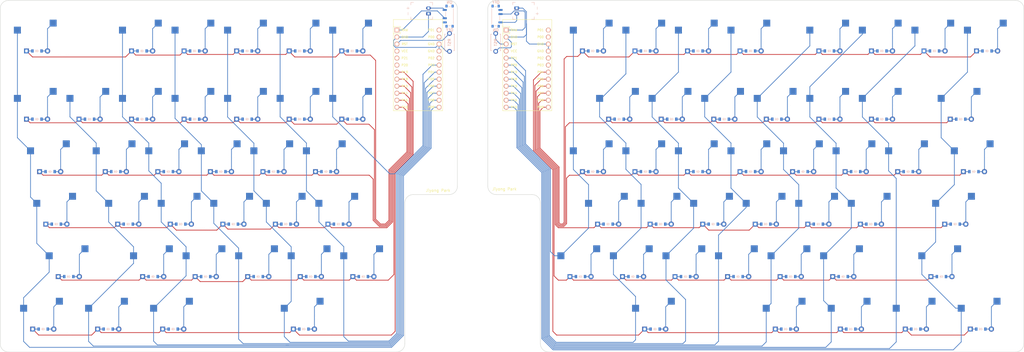
<source format=kicad_pcb>
(kicad_pcb (version 20241229) (generator "pcbnew") (generator_version "9.0")
  (title_block (title "jjongkbd") (date "2025-05-22") (rev "0.1") (company "jjongpark@gmail.com"))
  (layers (0 "F.Cu" signal) (2 "B.Cu" signal) (13 "F.Paste" user) (15 "B.Paste" user) (5 "F.SilkS" user "F.Silkscreen") (7 "B.SilkS" user "B.Silkscreen") (1 "F.Mask" user) (3 "B.Mask" user) (25 "Edge.Cuts" user))
  (net 0 "")
  (net 1 "LC1")
  (net 2 "function_esc")
  (net 3 "LC3")
  (net 4 "function_f1")
  (net 5 "LC4")
  (net 6 "function_f2")
  (net 7 "LC5")
  (net 8 "function_f3")
  (net 9 "LC6")
  (net 10 "function_f4")
  (net 11 "LC7")
  (net 12 "function_f5")
  (net 13 "num_tilda")
  (net 14 "LC2")
  (net 15 "num_one")
  (net 16 "num_two")
  (net 17 "num_three")
  (net 18 "num_four")
  (net 19 "num_five")
  (net 20 "num_six")
  (net 21 "top_tab")
  (net 22 "top_q")
  (net 23 "top_w")
  (net 24 "top_e")
  (net 25 "top_r")
  (net 26 "top_t")
  (net 27 "mid_caps")
  (net 28 "mid_a")
  (net 29 "mid_s")
  (net 30 "mid_d")
  (net 31 "mid_f")
  (net 32 "mid_g")
  (net 33 "bottom_shift")
  (net 34 "bottom_z")
  (net 35 "bottom_x")
  (net 36 "bottom_c")
  (net 37 "bottom_v")
  (net 38 "bottom_b")
  (net 39 "meta_ctrl")
  (net 40 "meta_win")
  (net 41 "meta_alt")
  (net 42 "meta_space")
  (net 43 "RC8")
  (net 44 "meta_ctrl_r")
  (net 45 "RC7")
  (net 46 "meta_meta")
  (net 47 "RC6")
  (net 48 "meta_fn")
  (net 49 "RC5")
  (net 50 "meta_alt_r")
  (net 51 "RC2")
  (net 52 "meta_space_r")
  (net 53 "bottom_shift_r")
  (net 54 "bottom_slash")
  (net 55 "bottom_period")
  (net 56 "RC4")
  (net 57 "bottom_comma")
  (net 58 "RC3")
  (net 59 "bottom_m")
  (net 60 "bottom_n")
  (net 61 "RC1")
  (net 62 "bottom_b_r")
  (net 63 "mid_enter")
  (net 64 "mid_quote")
  (net 65 "mid_colon")
  (net 66 "mid_l")
  (net 67 "mid_k")
  (net 68 "mid_j")
  (net 69 "mid_h")
  (net 70 "top_pipe")
  (net 71 "top_right_paren")
  (net 72 "top_left_paren")
  (net 73 "top_p")
  (net 74 "top_o")
  (net 75 "top_i")
  (net 76 "top_u")
  (net 77 "top_y")
  (net 78 "num_backspace")
  (net 79 "num_plus")
  (net 80 "num_minus")
  (net 81 "num_zero")
  (net 82 "num_nine")
  (net 83 "num_eight")
  (net 84 "num_seven")
  (net 85 "function_f12")
  (net 86 "function_f11")
  (net 87 "function_f10")
  (net 88 "function_f9")
  (net 89 "function_f8")
  (net 90 "function_f7")
  (net 91 "function_f6")
  (net 92 "function_f5_r")
  (net 93 "LR1")
  (net 94 "LR2")
  (net 95 "LR3")
  (net 96 "LR4")
  (net 97 "LR5")
  (net 98 "LR6")
  (net 99 "RR6")
  (net 100 "RR5")
  (net 101 "RR4")
  (net 102 "RR3")
  (net 103 "RR2")
  (net 104 "RR1")
  (net 105 "LGND")
  (net 106 "LRST")
  (net 107 "RGND")
  (net 108 "RRST")
  (net 109 "LBAT")
  (net 110 "LRAW")
  (net 111 "RBAT")
  (net 112 "RRAW")
  (net 113 "LVCC")
  (net 114 "LP21")
  (net 115 "LP20")
  (net 116 "LP0")
  (net 117 "LP2")
  (net 118 "RVCC")
  (net 119 "RP0")
  (net 120 "RP2")
  (net 121 "RP3")
  (net 122 "LP1")
  (net 123 "RP1")
  (footprint "MX" (layer "F.Cu") (at 134.5 157.7)
    (property "Reference" "S35" (hide yes))
    (property "Value" "" (hide yes))
  )
  (footprint "MX" (layer "F.Cu") (at 310.5 138.7)
    (property "Reference" "S43" (hide yes))
    (property "Value" "" (hide yes))
  )
  (footprint "MX" (layer "F.Cu") (at 123.5 100.7)
    (property "Reference" "S18" (hide yes))
    (property "Value" "" (hide yes))
  )
  (footprint "MX" (layer "F.Cu") (at 147 119.7)
    (property "Reference" "S25" (hide yes))
    (property "Value" "" (hide yes))
  )
  (footprint "MX" (layer "F.Cu") (at 277 57)
    (property "Reference" "S75" (hide yes))
    (property "Value" "" (hide yes))
  )
  (footprint "MX" (layer "F.Cu") (at 291.5 138.7)
    (property "Reference" "S44" (hide yes))
    (property "Value" "" (hide yes))
  )
  (footprint "MX" (layer "F.Cu") (at 261.5 157.7)
    (property "Reference" "S40" (hide yes))
    (property "Value" "" (hide yes))
  )
  (footprint "MX" (layer "F.Cu") (at 320.5 119.7)
    (property "Reference" "S50" (hide yes))
    (property "Value" "" (hide yes))
  )
  (footprint "MX" (layer "F.Cu") (at 137 138.7)
    (property "Reference" "S30" (hide yes))
    (property "Value" "" (hide yes))
  )
  (footprint "MX" (layer "F.Cu") (at 370 119.7)
    (property "Reference" "S48" (hide yes))
    (property "Value" "" (hide yes))
  )
  (footprint "MX" (layer "F.Cu") (at 258 100.7)
    (property "Reference" "S61" (hide yes))
    (property "Value" "" (hide yes))
  )
  (footprint "MX" (layer "F.Cu") (at 128 119.7)
    (property "Reference" "S24" (hide yes))
    (property "Value" "" (hide yes))
  )
  (footprint "MX" (layer "F.Cu") (at 286.5 81.7)
    (property "Reference" "S67" (hide yes))
    (property "Value" "" (hide yes))
  )
  (footprint "ceoloide:mounting_hole_npth" (layer "F.Cu") (at 252 163.4)
    (property "Reference" "MH8" (hide yes))
    (property "Value" "")
  )
  (footprint "MX" (layer "F.Cu") (at 343.5 81.7)
    (property "Reference" "S64" (hide yes))
    (property "Value" "" (hide yes))
  )
  (footprint "MX" (layer "F.Cu") (at 301.5 119.7)
    (property "Reference" "S51" (hide yes))
    (property "Value" "" (hide yes))
  )
  (footprint "MX" (layer "F.Cu") (at 244.5 119.7)
    (property "Reference" "S54" (hide yes))
    (property "Value" "" (hide yes))
  )
  (footprint "MX" (layer "F.Cu") (at 87.25 157.7)
    (property "Reference" "S34" (hide yes))
    (property "Value" "" (hide yes))
  )
  (footprint "MX" (layer "F.Cu") (at 109 119.7)
    (property "Reference" "S23" (hide yes))
    (property "Value" "" (hide yes))
  )
  (footprint "MX" (layer "F.Cu") (at 142.5 100.7)
    (property "Reference" "S19" (hide yes))
    (property "Value" "" (hide yes))
  )
  (footprint "ceoloide:mounting_hole_npth" (layer "F.Cu") (at 292 125.4)
    (property "Reference" "MH10" (hide yes))
    (property "Value" "")
  )
  (footprint "MX" (layer "F.Cu") (at 76 57)
    (property "Reference" "S2" (hide yes))
    (property "Value" "" (hide yes))
  )
  (footprint "MX" (layer "F.Cu") (at 305.5 81.7)
    (property "Reference" "S66" (hide yes))
    (property "Value" "" (hide yes))
  )
  (footprint "ceoloide:mounting_hole_npth" (layer "F.Cu") (at 144 163.4)
    (property "Reference" "MH4" (hide yes))
    (property "Value" "")
  )
  (footprint "MX" (layer "F.Cu") (at 343.5 57)
    (property "Reference" "S72" (hide yes))
    (property "Value" "" (hide yes))
  )
  (footprint "MX" (layer "F.Cu") (at 80 138.7)
    (property "Reference" "S27" (hide yes))
    (property "Value" "" (hide yes))
  )
  (footprint "MX" (layer "F.Cu") (at 133 57)
    (property "Reference" "S5" (hide yes))
    (property "Value" "" (hide yes))
  )
  (footprint "MX" (layer "F.Cu") (at 308.75 157.7)
    (property "Reference" "S39" (hide yes))
    (property "Value" "" (hide yes))
  )
  (footprint "ceoloide:mounting_hole_npth" (layer "F.Cu") (at 142.5 62.7)
    (property "Reference" "MH2" (hide yes))
    (property "Value" "")
  )
  (footprint "MX" (layer "F.Cu") (at 156 138.7)
    (property "Reference" "S31" (hide yes))
    (property "Value" "" (hide yes))
  )
  (footprint "MX" (layer "F.Cu") (at 85.5 100.7)
    (property "Reference" "S16" (hide yes))
    (property "Value" "" (hide yes))
  )
  (footprint "MX" (layer "F.Cu") (at 339.5 119.7)
    (property "Reference" "S49" (hide yes))
    (property "Value" "" (hide yes))
  )
  (footprint "MX" (layer "F.Cu") (at 329.5 138.7)
    (property "Reference" "S42" (hide yes))
    (property "Value" "" (hide yes))
  )
  (footprint "MX" (layer "F.Cu") (at 258 57)
    (property "Reference" "S76" (hide yes))
    (property "Value" "" (hide yes))
  )
  (footprint "MX" (layer "F.Cu") (at 152 81.7)
    (property "Reference" "S13" (hide yes))
    (property "Value" "" (hide yes))
  )
  (footprint "MX" (layer "F.Cu") (at 45 119.7)
    (property "Reference" "S20" (hide yes))
    (property "Value" "" (hide yes))
  )
  (footprint "ceoloide:mounting_hole_npth" (layer "F.Cu") (at 47.5 62.7)
    (property "Reference" "MH1" (hide yes))
    (property "Value" "")
  )
  (footprint "MX" (layer "F.Cu") (at 334 100.7)
    (property "Reference" "S57" (hide yes))
    (property "Value" "" (hide yes))
  )
  (footprint "MX" (layer "F.Cu") (at 42.75 100.7)
    (property "Reference" "S14" (hide yes))
    (property "Value" "" (hide yes))
  )
  (footprint "MX" (layer "F.Cu") (at 272.5 138.7)
    (property "Reference" "S45" (hide yes))
    (property "Value" "" (hide yes))
  )
  (footprint "MX" (layer "F.Cu") (at 376.75 100.7)
    (property "Reference" "S55" (hide yes))
    (property "Value" "" (hide yes))
  )
  (footprint "MX" (layer "F.Cu") (at 263.5 119.7)
    (property "Reference" "S53" (hide yes))
    (property "Value" "" (hide yes))
  )
  (footprint "MX" (layer "F.Cu") (at 114 57)
    (property "Reference" "S4" (hide yes))
    (property "Value" "" (hide yes))
  )
  (footprint "MX" (layer "F.Cu") (at 152 57)
    (property "Reference" "S6" (hide yes))
    (property "Value" "" (hide yes))
  )
  (footprint "ceoloide:mounting_hole_npth" (layer "F.Cu") (at 372 62.7)
    (property "Reference" "MH7" (hide yes))
    (property "Value" "")
  )
  (footprint "MX" (layer "F.Cu") (at 315 100.7)
    (property "Reference" "S58" (hide yes))
    (property "Value" "" (hide yes))
  )
  (footprint "MX" (layer "F.Cu") (at 38 57)
    (property "Reference" "S1" (hide yes))
    (property "Value" "" (hide yes))
  )
  (footprint "MX" (layer "F.Cu") (at 234.5 138.7)
    (property "Reference" "S47" (hide yes))
    (property "Value" "" (hide yes))
  )
  (footprint "ProMicro" (layer "F.Cu") (at 215.25 68.4 -90)
    (property "Reference" "MCU2" (hide yes))
    (property "Value" "" (hide yes))
  )
  (footprint "ProMicro" (layer "F.Cu") (at 175.75 68.4 -90)
    (property "Reference" "MCU1" (hide yes))
    (property "Value" "" (hide yes))
  )
  (footprint "MX" (layer "F.Cu") (at 118 138.7)
    (property "Reference" "S29" (hide yes))
    (property "Value" "" (hide yes))
  )
  (footprint "MX" (layer "F.Cu") (at 324.5 81.7)
    (property "Reference" "S65" (hide yes))
    (property "Value" "" (hide yes))
  )
  (footprint "MX" (layer "F.Cu") (at 95 81.7)
    (property "Reference" "S10" (hide yes))
    (property "Value" "" (hide yes))
  )
  (footprint "MX" (layer "F.Cu") (at 381.5 57)
    (property "Reference" "S70" (hide yes))
    (property "Value" "" (hide yes))
  )
  (footprint "MX" (layer "F.Cu") (at 99 138.7)
    (property "Reference" "S28" (hide yes))
    (property "Value" "" (hide yes))
  )
  (footprint "MX" (layer "F.Cu") (at 282.5 119.7)
    (property "Reference" "S52" (hide yes))
    (property "Value" "" (hide yes))
  )
  (footprint "MX" (layer "F.Cu") (at 362.5 57)
    (property "Reference" "S71" (hide yes))
    (property "Value" "" (hide yes))
  )
  (footprint "ceoloide:mounting_hole_npth" (layer "F.Cu") (at 99.5 125.4)
    (property "Reference" "MH5" (hide yes))
    (property "Value" "")
  )
  (footprint "ceoloide:mounting_hole_npth" (layer "F.Cu") (at 248.5 62.7)
    (property "Reference" "MH6" (hide yes))
    (property "Value" "")
  )
  (footprint "MX" (layer "F.Cu") (at 379.25 157.7)
    (property "Reference" "S36" (hide yes))
    (property "Value" "" (hide yes))
  )
  (footprint "MX" (layer "F.Cu") (at 90 119.7)
    (property "Reference" "S22" (hide yes))
    (property "Value" "" (hide yes))
  )
  (footprint "MX" (layer "F.Cu") (at 267.5 81.7)
    (property "Reference" "S68" (hide yes))
    (property "Value" "" (hide yes))
  )
  (footprint "MX" (layer "F.Cu") (at 239 57)
    (property "Reference" "S77" (hide yes))
    (property "Value" "" (hide yes))
  )
  (footprint "MX" (layer "F.Cu") (at 296 57)
    (property "Reference" "S74" (hide yes))
    (property "Value" "" (hide yes))
  )
  (footprint "MX" (layer "F.Cu") (at 372 81.7)
    (property "Reference" "S63" (hide yes))
    (property "Value" "" (hide yes))
  )
  (footprint "MX" (layer "F.Cu") (at 365 138.7)
    (property "Reference" "S41" (hide yes))
    (property "Value" "" (hide yes))
  )
  (footprint "MX" (layer "F.Cu") (at 133 81.7)
    (property "Reference" "S12" (hide yes))
    (property "Value" "" (hide yes))
  )
  (footprint "MX" (layer "F.Cu") (at 40.25 157.7)
    (property "Reference" "S32" (hide yes))
    (property "Value" "" (hide yes))
  )
  (footprint "MX" (layer "F.Cu") (at 95 57)
    (property "Reference" "S3" (hide yes))
    (property "Value" "" (hide yes))
  )
  (footprint "MX" (layer "F.Cu") (at 104.5 100.7)
    (property "Reference" "S17" (hide yes))
    (property "Value" "" (hide yes))
  )
  (footprint "MX" (layer "F.Cu") (at 296 100.7)
    (property "Reference" "S59" (hide yes))
    (property "Value" "" (hide yes))
  )
  (footprint "MX" (layer "F.Cu") (at 57 81.7)
    (property "Reference" "S8" (hide yes))
    (property "Value" "" (hide yes))
  )
  (footprint "MX" (layer "F.Cu") (at 239 100.7)
    (property "Reference" "S62" (hide yes))
    (property "Value" "" (hide yes))
  )
  (footprint "MX" (layer "F.Cu") (at 332.25 157.7)
    (property "Reference" "S38" (hide yes))
    (property "Value" "" (hide yes))
  )
  (footprint "MX" (layer "F.Cu") (at 76 81.7)
    (property "Reference" "S9" (hide yes))
    (property "Value" "" (hide yes))
  )
  (footprint "MX" (layer "F.Cu") (at 277 100.7)
    (property "Reference" "S60" (hide yes))
    (property "Value" "" (hide yes))
  )
  (footprint "MX" (layer "F.Cu") (at 353 100.7)
    (property "Reference" "S56" (hide yes))
    (property "Value" "" (hide yes))
  )
  (footprint "MX" (layer "F.Cu") (at 324.5 57)
    (property "Reference" "S73" (hide yes))
    (property "Value" "" (hide yes))
  )
  (footprint "MX" (layer "F.Cu") (at 63.75 157.7)
    (property "Reference" "S33" (hide yes))
    (property "Value" "" (hide yes))
  )
  (footprint "MX" (layer "F.Cu") (at 248.5 81.7)
    (property "Reference" "S69" (hide yes))
    (property "Value" "" (hide yes))
  )
  (footprint "MX" (layer "F.Cu") (at 253.5 138.7)
    (property "Reference" "S46" (hide yes))
    (property "Value" "" (hide yes))
  )
  (footprint "MX" (layer "F.Cu") (at 114 81.7)
    (property "Reference" "S11" (hide yes))
    (property "Value" "" (hide yes))
  )
  (footprint "MX" (layer "F.Cu") (at 66.5 100.7)
    (property "Reference" "S15" (hide yes))
    (property "Value" "" (hide yes))
  )
  (footprint "ceoloide:mounting_hole_npth" (layer "F.Cu") (at 49.75 163.4)
    (property "Reference" "MH3" (hide yes))
    (property "Value" "")
  )
  (footprint "ceoloide:mounting_hole_npth" (layer "F.Cu") (at 369.75 163.4)
    (property "Reference" "MH9" (hide yes))
    (property "Value" "")
  )
  (footprint "MX" (layer "F.Cu") (at 49.5 138.7)
    (property "Reference" "S26" (hide yes))
    (property "Value" "" (hide yes))
  )
  (footprint "MX" (layer "F.Cu") (at 71 119.7)
    (property "Reference" "S21" (hide yes))
    (property "Value" "" (hide yes))
  )
  (footprint "MX" (layer "F.Cu") (at 38 81.7)
    (property "Reference" "S7" (hide yes))
    (property "Value" "" (hide yes))
  )
  (footprint "MX" (layer "F.Cu") (at 355.75 157.7)
    (property "Reference" "S37" (hide yes))
    (property "Value" "" (hide yes))
  )
  (footprint "ceoloide:diode_tht_sod123" (layer "B.Cu") (at 156 143.7)
    (property "Reference" "D31" (hide yes))
    (property "Value" "")
  )
  (footprint "ceoloide:diode_tht_sod123" (layer "B.Cu") (at 152 62)
    (property "Reference" "D6" (hide yes))
    (property "Value" "")
  )
  (footprint "ceoloide:diode_tht_sod123" (layer "B.Cu") (at 324.5 62)
    (property "Reference" "D73" (hide yes))
    (property "Value" "")
  )
  (footprint "ceoloide:diode_tht_sod123" (layer "B.Cu") (at 49.5 143.7)
    (property "Reference" "D26" (hide yes))
    (property "Value" "")
  )
  (footprint "ceoloide:diode_tht_sod123" (layer "B.Cu") (at 308.75 162.7)
    (property "Reference" "D39" (hide yes))
    (property "Value" "")
  )
  (footprint "ceoloide:diode_tht_sod123" (layer "B.Cu") (at 355.75 162.7)
    (property "Reference" "D37" (hide yes))
    (property "Value" "")
  )
  (footprint "ceoloide:diode_tht_sod123" (layer "B.Cu") (at 137 143.7)
    (property "Reference" "D30" (hide yes))
    (property "Value" "")
  )
  (footprint "ceoloide:reset_switch_tht_top" (layer "B.Cu") (at 187.15 58.9 90)
    (property "Reference" "RST1" (hide yes))
    (property "Value" "")
  )
  (footprint "ceoloide:diode_tht_sod123" (layer "B.Cu") (at 76 62)
    (property "Reference" "D2" (hide yes))
    (property "Value" "")
  )
  (footprint "ceoloide:diode_tht_sod123" (layer "B.Cu") (at 324.5 86.7)
    (property "Reference" "D65" (hide yes))
    (property "Value" "")
  )
  (footprint "ceoloide:diode_tht_sod123" (layer "B.Cu") (at 133 62)
    (property "Reference" "D5" (hide yes))
    (property "Value" "")
  )
  (footprint "ceoloide:diode_tht_sod123" (layer "B.Cu") (at 38 62)
    (property "Reference" "D1" (hide yes))
    (property "Value" "")
  )
  (footprint "ceoloide:diode_tht_sod123" (layer "B.Cu") (at 42.75 105.7)
    (property "Reference" "D14" (hide yes))
    (property "Value" "")
  )
  (footprint "ceoloide:power_switch_smd_side" (layer "B.Cu") (at 203.85 49.4 180)
    (property "Reference" "PWR2" (hide yes))
    (property "Value" "")
  )
  (footprint "ceoloide:diode_tht_sod123" (layer "B.Cu") (at 334 105.7)
    (property "Reference" "D57" (hide yes))
    (property "Value" "")
  )
  (footprint "ceoloide:diode_tht_sod123" (layer "B.Cu") (at 310.5 143.7)
    (property "Reference" "D43" (hide yes))
    (property "Value" "")
  )
  (footprint "ceoloide:diode_tht_sod123" (layer "B.Cu") (at 133 86.7)
    (property "Reference" "D12" (hide yes))
    (property "Value" "")
  )
  (footprint "ceoloide:diode_tht_sod123" (layer "B.Cu") (at 261.5 162.7)
    (property "Reference" "D40" (hide yes))
    (property "Value" "")
  )
  (footprint "ceoloide:diode_tht_sod123" (layer "B.Cu") (at 362.5 62)
    (property "Reference" "D71" (hide yes))
    (property "Value" "")
  )
  (footprint "ceoloide:diode_tht_sod123" (layer "B.Cu") (at 370 124.7)
    (property "Reference" "D48" (hide yes))
    (property "Value" "")
  )
  (footprint "ceoloide:reset_switch_tht_top" (layer "B.Cu") (at 203.85 58.9 90)
    (property "Reference" "RST2" (hide yes))
    (property "Value" "")
  )
  (footprint "ceoloide:diode_tht_sod123" (layer "B.Cu") (at 80 143.7)
    (property "Reference" "D27" (hide yes))
    (property "Value" "")
  )
  (footprint "ceoloide:diode_tht_sod123" (layer "B.Cu") (at 45 124.7)
    (property "Reference" "D20" (hide yes))
    (property "Value" "")
  )
  (footprint "ceoloide:diode_tht_sod123" (layer "B.Cu") (at 239 62)
    (property "Reference" "D77" (hide yes))
    (property "Value" "")
  )
  (footprint "ceoloide:diode_tht_sod123" (layer "B.Cu") (at 343.5 86.7)
    (property "Reference" "D64" (hide yes))
    (property "Value" "")
  )
  (footprint "ceoloide:diode_tht_sod123" (layer "B.Cu") (at 248.5 86.7)
    (property "Reference" "D69" (hide yes))
    (property "Value" "")
  )
  (footprint "ceoloide:diode_tht_sod123" (layer "B.Cu") (at 253.5 143.7)
    (property "Reference" "D46" (hide yes))
    (property "Value" "")
  )
  (footprint "ceoloide:diode_tht_sod123" (layer "B.Cu") (at 142.5 105.7)
    (property "Reference" "D19" (hide yes))
    (property "Value" "")
  )
  (footprint "ceoloide:diode_tht_sod123" (layer "B.Cu") (at 339.5 124.7)
    (property "Reference" "D49" (hide yes))
    (property "Value" "")
  )
  (footprint "ceoloide:diode_tht_sod123" (layer "B.Cu") (at 128 124.7)
    (property "Reference" "D24" (hide yes))
    (property "Value" "")
  )
  (footprint "ceoloide:diode_tht_sod123" (layer "B.Cu") (at 301.5 124.7)
    (property "Reference" "D51" (hide yes))
    (property "Value" "")
  )
  (footprint "ceoloide:diode_tht_sod123" (layer "B.Cu") (at 63.75 162.7)
    (property "Reference" "D33" (hide yes))
    (property "Value" "")
  )
  (footprint "ceoloide:diode_tht_sod123" (layer "B.Cu") (at 95 62)
    (property "Reference" "D3" (hide yes))
    (property "Value" "")
  )
  (footprint "ceoloide:diode_tht_sod123" (layer "B.Cu") (at 372 86.7)
    (property "Reference" "D63" (hide yes))
    (property "Value" "")
  )
  (footprint "ceoloide:diode_tht_sod123" (layer "B.Cu") (at 286.5 86.7)
    (property "Reference" "D67" (hide yes))
    (property "Value" "")
  )
  (footprint "ceoloide:diode_tht_sod123" (layer "B.Cu") (at 267.5 86.7)
    (property "Reference" "D68" (hide yes))
    (property "Value" "")
  )
  (footprint "ceoloide:diode_tht_sod123" (layer "B.Cu") (at 239 105.7)
    (property "Reference" "D62" (hide yes))
    (property "Value" "")
  )
  (footprint "ceoloide:diode_tht_sod123" (layer "B.Cu") (at 85.5 105.7)
    (property "Reference" "D16" (hide yes))
    (property "Value" "")
  )
  (footprint "ceoloide:diode_tht_sod123" (layer "B.Cu") (at 365 143.7)
    (property "Reference" "D41" (hide yes))
    (property "Value" "")
  )
  (footprint "ceoloide:diode_tht_sod123" (layer "B.Cu") (at 99 143.7)
    (property "Reference" "D28" (hide yes))
    (property "Value" "")
  )
  (footprint "ceoloide:diode_tht_sod123" (layer "B.Cu") (at 123.5 105.7)
    (property "Reference" "D18" (hide yes))
    (property "Value" "")
  )
  (footprint "ceoloide:diode_tht_sod123" (layer "B.Cu") (at 87.25 162.7)
    (property "Reference" "D34" (hide yes))
    (property "Value" "")
  )
  (footprint "ceoloide:diode_tht_sod123" (layer "B.Cu") (at 258 105.7)
    (property "Reference" "D61" (hide yes))
    (property "Value" "")
  )
  (footprint "ceoloide:diode_tht_sod123" (layer "B.Cu") (at 38 86.7)
    (property "Reference" "D7" (hide yes))
    (property "Value" "")
  )
  (footprint "ceoloide:diode_tht_sod123" (layer "B.Cu") (at 90 124.7)
    (property "Reference" "D22" (hide yes))
    (property "Value" "")
  )
  (footprint "ceoloide:diode_tht_sod123" (layer "B.Cu") (at 40.25 162.7)
    (property "Reference" "D32" (hide yes))
    (property "Value" "")
  )
  (footprint "ceoloide:diode_tht_sod123" (layer "B.Cu") (at 147 124.7)
    (property "Reference" "D25" (hide yes))
    (property "Value" "")
  )
  (footprint "ceoloide:diode_tht_sod123" (layer "B.Cu") (at 57 86.7)
    (property "Reference" "D8" (hide yes))
    (property "Value" "")
  )
  (footprint "ceoloide:diode_tht_sod123" (layer "B.Cu") (at 134.5 162.7)
    (property "Reference" "D35" (hide yes))
    (property "Value" "")
  )
  (footprint "ceoloide:diode_tht_sod123" (layer "B.Cu") (at 329.5 143.7)
    (property "Reference" "D42" (hide yes))
    (property "Value" "")
  )
  (footprint "ceoloide:diode_tht_sod123" (layer "B.Cu") (at 118 143.7)
    (property "Reference" "D29" (hide yes))
    (property "Value" "")
  )
  (footprint "ceoloide:diode_tht_sod123" (layer "B.Cu") (at 296 62)
    (property "Reference" "D74" (hide yes))
    (property "Value" "")
  )
  (footprint "ceoloide:battery_connector_jst_ph_2" (layer "B.Cu") (at 211.45 47.5 90)
    (property "Reference" "JST2" (hide yes))
    (property "Value" "")
  )
  (footprint "ceoloide:diode_tht_sod123" (layer "B.Cu") (at 315 105.7)
    (property "Reference" "D58" (hide yes))
    (property "Value" "")
  )
  (footprint "ceoloide:diode_tht_sod123" (layer "B.Cu") (at 104.5 105.7)
    (property "Reference" "D17" (hide yes))
    (property "Value" "")
  )
  (footprint "ceoloide:diode_tht_sod123" (layer "B.Cu") (at 305.5 86.7)
    (property "Reference" "D66" (hide yes))
    (property "Value" "")
  )
  (footprint "ceoloide:diode_tht_sod123" (layer "B.Cu") (at 272.5 143.7)
    (property "Reference" "D45" (hide yes))
    (property "Value" "")
  )
  (footprint "ceoloide:diode_tht_sod123" (layer "B.Cu") (at 376.75 105.7)
    (property "Reference" "D55" (hide yes))
    (property "Value" "")
  )
  (footprint "ceoloide:diode_tht_sod123" (layer "B.Cu") (at 263.5 124.7)
    (property "Reference" "D53" (hide yes))
    (property "Value" "")
  )
  (footprint "ceoloide:diode_tht_sod123" (layer "B.Cu") (at 277 62)
    (property "Reference" "D75" (hide yes))
    (property "Value" "")
  )
  (footprint "ceoloide:diode_tht_sod123" (layer "B.Cu") (at 282.5 124.7)
    (property "Reference" "D52" (hide yes))
    (property "Value" "")
  )
  (footprint "ceoloide:diode_tht_sod123" (layer "B.Cu") (at 95 86.7)
    (property "Reference" "D10" (hide yes))
    (property "Value" "")
  )
  (footprint "ceoloide:diode_tht_sod123" (layer "B.Cu") (at 76 86.7)
    (property "Reference" "D9" (hide yes))
    (property "Value" "")
  )
  (footprint "ceoloide:diode_tht_sod123" (layer "B.Cu") (at 296 105.7)
    (property "Reference" "D59" (hide yes))
    (property "Value" "")
  )
  (footprint "ceoloide:battery_connector_jst_ph_2" (layer "B.Cu") (at 179.55 47.5 -90)
    (property "Reference" "JST1" (hide yes))
    (property "Value" "")
  )
  (footprint "ceoloide:diode_tht_sod123" (layer "B.Cu") (at 291.5 143.7)
    (property "Reference" "D44" (hide yes))
    (property "Value" "")
  )
  (footprint "ceoloide:diode_tht_sod123" (layer "B.Cu") (at 277 105.7)
    (property "Reference" "D60" (hide yes))
    (property "Value" "")
  )
  (footprint "ceoloide:diode_tht_sod123" (layer "B.Cu") (at 114 62)
    (property "Reference" "D4" (hide yes))
    (property "Value" "")
  )
  (footprint "ceoloide:diode_tht_sod123" (layer "B.Cu") (at 66.5 105.7)
    (property "Reference" "D15" (hide yes))
    (property "Value" "")
  )
  (footprint "ceoloide:diode_tht_sod123" (layer "B.Cu") (at 381.5 62)
    (property "Reference" "D70" (hide yes))
    (property "Value" "")
  )
  (footprint "ceoloide:diode_tht_sod123" (layer "B.Cu") (at 332.25 162.7)
    (property "Reference" "D38" (hide yes))
    (property "Value" "")
  )
  (footprint "ceoloide:diode_tht_sod123" (layer "B.Cu") (at 343.5 62)
    (property "Reference" "D72" (hide yes))
    (property "Value" "")
  )
  (footprint "ceoloide:diode_tht_sod123" (layer "B.Cu") (at 234.5 143.7)
    (property "Reference" "D47" (hide yes))
    (property "Value" "")
  )
  (footprint "ceoloide:diode_tht_sod123" (layer "B.Cu") (at 71 124.7)
    (property "Reference" "D21" (hide yes))
    (property "Value" "")
  )
  (footprint "ceoloide:diode_tht_sod123" (layer "B.Cu") (at 244.5 124.7)
    (property "Reference" "D54" (hide yes))
    (property "Value" "")
  )
  (footprint "ceoloide:diode_tht_sod123" (layer "B.Cu") (at 353 105.7)
    (property "Reference" "D56" (hide yes))
    (property "Value" "")
  )
  (footprint "ceoloide:diode_tht_sod123" (layer "B.Cu") (at 109 124.7)
    (property "Reference" "D23" (hide yes))
    (property "Value" "")
  )
  (footprint "ceoloide:power_switch_smd_side" (layer "B.Cu") (at 187.15 49.4)
    (property "Reference" "PWR1" (hide yes))
    (property "Value" "")
  )
  (footprint "ceoloide:diode_tht_sod123" (layer "B.Cu") (at 320.5 124.7)
    (property "Reference" "D50" (hide yes))
    (property "Value" "")
  )
  (footprint "ceoloide:diode_tht_sod123" (layer "B.Cu") (at 258 62)
    (property "Reference" "D76" (hide yes))
    (property "Value" "")
  )
  (footprint "ceoloide:diode_tht_sod123" (layer "B.Cu") (at 114 86.7)
    (property "Reference" "D11" (hide yes))
    (property "Value" "")
  )
  (footprint "ceoloide:diode_tht_sod123" (layer "B.Cu") (at 379.25 162.7)
    (property "Reference" "D36" (hide yes))
    (property "Value" "")
  )
  (footprint "ceoloide:diode_tht_sod123" (layer "B.Cu") (at 152 86.7)
    (property "Reference" "D13" (hide yes))
    (property "Value" "")
  )
  (gr_arc (start 24.7 46.7) (mid 25.57868 44.57868) (end 27.7 43.7) (stroke (width 0.15)) (layer "Edge.Cuts"))
  (gr_arc (start 171 117) (mid 171.87868 114.87868) (end 174 114) (stroke (width 0.15)) (layer "Edge.Cuts"))
  (gr_arc (start 223 171) (mid 220.87868 170.12132) (end 220 168) (stroke (width 0.15)) (layer "Edge.Cuts"))
  (gr_line (start 190 46.7) (end 190 111) (stroke (width 0.15)) (layer "Edge.Cuts"))
  (gr_line (start 187 114) (end 174 114) (stroke (width 0.15)) (layer "Edge.Cuts"))
  (gr_arc (start 204 114) (mid 201.87868 113.12132) (end 201 111) (stroke (width 0.15)) (layer "Edge.Cuts"))
  (gr_line (start 394.8 46.7) (end 394.8 168) (stroke (width 0.15)) (layer "Edge.Cuts"))
  (gr_line (start 204 43.7) (end 391.8 43.7) (stroke (width 0.15)) (layer "Edge.Cuts"))
  (gr_arc (start 201 46.7) (mid 201.87868 44.57868) (end 204 43.7) (stroke (width 0.15)) (layer "Edge.Cuts"))
  (gr_line (start 201 111) (end 201 46.7) (stroke (width 0.15)) (layer "Edge.Cuts"))
  (gr_line (start 171 117) (end 171 168) (stroke (width 0.15)) (layer "Edge.Cuts"))
  (gr_line (start 220 168) (end 220 117) (stroke (width 0.15)) (layer "Edge.Cuts"))
  (gr_arc (start 187 43.7) (mid 189.12132 44.57868) (end 190 46.7) (stroke (width 0.15)) (layer "Edge.Cuts"))
  (gr_line (start 27.7 43.7) (end 187 43.7) (stroke (width 0.15)) (layer "Edge.Cuts"))
  (gr_arc (start 27.7 171) (mid 25.57868 170.12132) (end 24.7 168) (stroke (width 0.15)) (layer "Edge.Cuts"))
  (gr_line (start 391.8 171) (end 223 171) (stroke (width 0.15)) (layer "Edge.Cuts"))
  (gr_arc (start 190 111) (mid 189.12132 113.12132) (end 187 114) (stroke (width 0.15)) (layer "Edge.Cuts"))
  (gr_line (start 24.7 168) (end 24.7 46.7) (stroke (width 0.15)) (layer "Edge.Cuts"))
  (gr_arc (start 171 168) (mid 170.12132 170.12132) (end 168 171) (stroke (width 0.15)) (layer "Edge.Cuts"))
  (gr_line (start 168 171) (end 27.7 171) (stroke (width 0.15)) (layer "Edge.Cuts"))
  (gr_arc (start 394.8 168) (mid 393.92132 170.12132) (end 391.8 171) (stroke (width 0.15)) (layer "Edge.Cuts"))
  (gr_arc (start 217 114) (mid 219.12132 114.87868) (end 220 117) (stroke (width 0.15)) (layer "Edge.Cuts"))
  (gr_arc (start 391.8 43.7) (mid 393.92132 44.57868) (end 394.8 46.7) (stroke (width 0.15)) (layer "Edge.Cuts"))
  (gr_line (start 217 114) (end 204 114) (stroke (width 0.15)) (layer "Edge.Cuts"))
  (gr_text "Jiyong Park" (at 183 112.5 0) (layer "F.SilkS") (effects (font (size 1 1))))
  (gr_text "Jiyong Park" (at 207 112 0) (layer "F.SilkS") (effects (font (size 1 1))))
  (segment (start 170.5 107.18905) (end 180.5 97.18905) (width 0.25) (layer "B.Cu") (net 1))
  (segment (start 181.63 82.37) (end 183.37 82.37) (width 0.25) (layer "B.Cu") (net 1))
  (segment (start 33.165 151.335) (end 33.165 155.16) (width 0.25) (layer "B.Cu") (net 1))
  (segment (start 30.915 79.16) (end 30.915 93.41) (width 0.25) (layer "B.Cu") (net 1))
  (segment (start 33.165 155.16) (end 33.165 167.165) (width 0.25) (layer "B.Cu") (net 1))
  (segment (start 35.665 114.91) (end 37.915 117.16) (width 0.25) (layer "B.Cu") (net 1))
  (segment (start 30.915 54.46) (end 30.915 79.16) (width 0.25) (layer "B.Cu") (net 1))
  (segment (start 33.165 167.165) (end 35.304 169.304) (width 0.25) (layer "B.Cu") (net 1))
  (segment (start 170.5 165) (end 170.5 107.18905) (width 0.25) (layer "B.Cu") (net 1))
  (segment (start 35.665 98.16) (end 35.665 114.91) (width 0.25) (layer "B.Cu") (net 1))
  (segment (start 37.915 117.16) (end 37.915 131.66) (width 0.25) (layer "B.Cu") (net 1))
  (segment (start 180.5 97.18905) (end 180.5 83.5) (width 0.25) (layer "B.Cu") (net 1))
  (segment (start 35.304 169.304) (end 166.196 169.304) (width 0.25) (layer "B.Cu") (net 1))
  (segment (start 42.415 142.085) (end 33.165 151.335) (width 0.25) (layer "B.Cu") (net 1))
  (segment (start 30.915 93.41) (end 35.665 98.16) (width 0.25) (layer "B.Cu") (net 1))
  (segment (start 37.915 131.66) (end 42.415 136.16) (width 0.25) (layer "B.Cu") (net 1))
  (segment (start 42.415 136.16) (end 42.415 142.085) (width 0.25) (layer "B.Cu") (net 1))
  (segment (start 183.37 82.37) (end 183.13 82.37) (width 0.25) (layer "B.Cu") (net 1))
  (segment (start 180.5 83.5) (end 181.63 82.37) (width 0.25) (layer "B.Cu") (net 1))
  (segment (start 183.13 82.37) (end 183 82.5) (width 0.25) (layer "B.Cu") (net 1))
  (segment (start 166.196 169.304) (end 170.5 165) (width 0.25) (layer "B.Cu") (net 1))
  (segment (start 41.81 62) (end 39.65 62) (width 0.25) (layer "B.Cu") (net 2))
  (segment (start 43.842 51.92) (end 41.81 53.952) (width 0.25) (layer "B.Cu") (net 2))
  (segment (start 41.81 53.952) (end 41.81 62) (width 0.25) (layer "B.Cu") (net 2))
  (segment (start 68.915 85.855) (end 78.415 95.355) (width 0.25) (layer "B.Cu") (net 3))
  (segment (start 82.915 123.915) (end 91.915 132.915) (width 0.25) (layer "B.Cu") (net 3))
  (segment (start 78.415 105.415) (end 82.915 109.915) (width 0.25) (layer "B.Cu") (net 3))
  (segment (start 179.5 79) (end 179.5 96.91343) (width 0.25) (layer "B.Cu") (net 3))
  (segment (start 78.415 98.16) (end 78.415 105.415) (width 0.25) (layer "B.Cu") (net 3))
  (segment (start 68.915 54.46) (end 68.915 79.16) (width 0.25) (layer "B.Cu") (net 3))
  (segment (start 80.165 167.067) (end 81.5 168.402) (width 0.25) (layer "B.Cu") (net 3))
  (segment (start 169.5 164.72438) (end 165.82238 168.402) (width 0.25) (layer "B.Cu") (net 3))
  (segment (start 82.915 117.16) (end 82.915 123.915) (width 0.25) (layer "B.Cu") (net 3))
  (segment (start 181.21 77.29) (end 179.5 79) (width 0.25) (layer "B.Cu") (net 3))
  (segment (start 91.915 143.41) (end 80.165 155.16) (width 0.25) (layer "B.Cu") (net 3))
  (segment (start 179.5 96.91343) (end 169.5 106.91343) (width 0.25) (layer "B.Cu") (net 3))
  (segment (start 165.82238 168.402) (end 127.97638 168.402) (width 0.25) (layer "B.Cu") (net 3))
  (segment (start 81.5 168.402) (end 129 168.402) (width 0.25) (layer "B.Cu") (net 3))
  (segment (start 183.37 77.29) (end 183.21 77.29) (width 0.25) (layer "B.Cu") (net 3))
  (segment (start 91.915 132.915) (end 91.915 136.16) (width 0.25) (layer "B.Cu") (net 3))
  (segment (start 91.915 136.16) (end 91.915 143.41) (width 0.25) (layer "B.Cu") (net 3))
  (segment (start 183.37 77.29) (end 181.21 77.29) (width 0.25) (layer "B.Cu") (net 3))
  (segment (start 183.21 77.29) (end 183 77.5) (width 0.25) (layer "B.Cu") (net 3))
  (segment (start 80.165 155.16) (end 80.165 167.067) (width 0.25) (layer "B.Cu") (net 3))
  (segment (start 82.915 109.915) (end 82.915 117.16) (width 0.25) (layer "B.Cu") (net 3))
  (segment (start 169.5 106.91343) (end 169.5 164.72438) (width 0.25) (layer "B.Cu") (net 3))
  (segment (start 78.415 95.355) (end 78.415 98.16) (width 0.25) (layer "B.Cu") (net 3))
  (segment (start 68.915 79.16) (end 68.915 85.855) (width 0.25) (layer "B.Cu") (net 3))
  (segment (start 81.842 51.92) (end 79.81 53.952) (width 0.25) (layer "B.Cu") (net 4))
  (segment (start 79.81 53.952) (end 79.81 62) (width 0.25) (layer "B.Cu") (net 4))
  (segment (start 79.81 62) (end 77.65 62) (width 0.25) (layer "B.Cu") (net 4))
  (segment (start 169 164.58657) (end 169 106.77562) (width 0.25) (layer "B.Cu") (net 5))
  (segment (start 97.415 112.66) (end 101.915 117.16) (width 0.25) (layer "B.Cu") (net 5))
  (segment (start 97.415 95.915) (end 97.415 98.16) (width 0.25) (layer "B.Cu") (net 5))
  (segment (start 112.523899 167.951) (end 165.63557 167.951) (width 0.25) (layer "B.Cu") (net 5))
  (segment (start 179 77) (end 181.25 74.75) (width 0.25) (layer "B.Cu") (net 5))
  (segment (start 169 106.77562) (end 179 96.77562) (width 0.25) (layer "B.Cu") (net 5))
  (segment (start 87.915 54.46) (end 87.915 79.16) (width 0.25) (layer "B.Cu") (net 5))
  (segment (start 87.915 86.415) (end 97.415 95.915) (width 0.25) (layer "B.Cu") (net 5))
  (segment (start 110.915 166.342101) (end 112.523899 167.951) (width 0.25) (layer "B.Cu") (net 5))
  (segment (start 179 96.77562) (end 179 77) (width 0.25) (layer "B.Cu") (net 5))
  (segment (start 101.915 117.16) (end 101.915 124.415) (width 0.25) (layer "B.Cu") (net 5))
  (segment (start 97.415 98.16) (end 97.415 112.66) (width 0.25) (layer "B.Cu") (net 5))
  (segment (start 87.915 79.16) (end 87.915 86.415) (width 0.25) (layer "B.Cu") (net 5))
  (segment (start 165.63557 167.951) (end 169 164.58657) (width 0.25) (layer "B.Cu") (net 5))
  (segment (start 101.915 124.415) (end 110.915 133.415) (width 0.25) (layer "B.Cu") (net 5))
  (segment (start 110.915 136.16) (end 110.915 166.342101) (width 0.25) (layer "B.Cu") (net 5))
  (segment (start 110.915 133.415) (end 110.915 136.16) (width 0.25) (layer "B.Cu") (net 5))
  (segment (start 181.25 74.75) (end 183.37 74.75) (width 0.25) (layer "B.Cu") (net 5))
  (segment (start 100.842 51.92) (end 98.81 53.952) (width 0.25) (layer "B.Cu") (net 6))
  (segment (start 98.81 62) (end 96.65 62) (width 0.25) (layer "B.Cu") (net 6))
  (segment (start 98.81 53.952) (end 98.81 62) (width 0.25) (layer "B.Cu") (net 6))
  (segment (start 116.415 95.415) (end 116.415 98.16) (width 0.25) (layer "B.Cu") (net 7))
  (segment (start 127.415 165.415) (end 127.415 155.16) (width 0.25) (layer "B.Cu") (net 7))
  (segment (start 129.915 136.16) (end 129.915 152.66) (width 0.25) (layer "B.Cu") (net 7))
  (segment (start 129.5 167.5) (end 127.415 165.415) (width 0.25) (layer "B.Cu") (net 7))
  (segment (start 129.915 136.16) (end 129.84 136.16) (width 0.25) (layer "B.Cu") (net 7))
  (segment (start 129.915 132.915) (end 129.915 136.16) (width 0.25) (layer "B.Cu") (net 7))
  (segment (start 129.84 136.16) (end 129.5 136.5) (width 0.25) (layer "B.Cu") (net 7))
  (segment (start 178.5 96.63781) (end 168.5 106.63781) (width 0.25) (layer "B.Cu") (net 7))
  (segment (start 106.915 79.16) (end 106.915 85.915) (width 0.25) (layer "B.Cu") (net 7))
  (segment (start 106.915 85.915) (end 116.415 95.415) (width 0.25) (layer "B.Cu") (net 7))
  (segment (start 116.415 98.16) (end 116.415 112.66) (width 0.25) (layer "B.Cu") (net 7))
  (segment (start 120.915 123.915) (end 129.915 132.915) (width 0.25) (layer "B.Cu") (net 7))
  (segment (start 168.5 106.63781) (end 168.5 164.44876) (width 0.25) (layer "B.Cu") (net 7))
  (segment (start 183.37 72.21) (end 181.79 72.21) (width 0.25) (layer "B.Cu") (net 7))
  (segment (start 168.5 164.44876) (end 165.44876 167.5) (width 0.25) (layer "B.Cu") (net 7))
  (segment (start 116.415 112.66) (end 120.915 117.16) (width 0.25) (layer "B.Cu") (net 7))
  (segment (start 120.915 117.16) (end 120.915 123.915) (width 0.25) (layer "B.Cu") (net 7))
  (segment (start 181.79 72.21) (end 178.5 75.5) (width 0.25) (layer "B.Cu") (net 7))
  (segment (start 178.5 75.5) (end 178.5 96.63781) (width 0.25) (layer "B.Cu") (net 7))
  (segment (start 129.915 152.66) (end 127.415 155.16) (width 0.25) (layer "B.Cu") (net 7))
  (segment (start 165.44876 167.5) (end 129.5 167.5) (width 0.25) (layer "B.Cu") (net 7))
  (segment (start 106.915 54.46) (end 106.915 79.16) (width 0.25) (layer "B.Cu") (net 7))
  (segment (start 117.81 53.952) (end 117.81 62) (width 0.25) (layer "B.Cu") (net 8))
  (segment (start 117.81 62) (end 115.65 62) (width 0.25) (layer "B.Cu") (net 8))
  (segment (start 119.842 51.92) (end 117.81 53.952) (width 0.25) (layer "B.Cu") (net 8))
  (segment (start 150.549 167.049) (end 165.26195 167.049) (width 0.25) (layer "B.Cu") (net 9))
  (segment (start 168 106.5) (end 178 96.5) (width 0.25) (layer "B.Cu") (net 9))
  (segment (start 168 164.31095) (end 168 106.5) (width 0.25) (layer "B.Cu") (net 9))
  (segment (start 135.415 112.66) (end 139.915 117.16) (width 0.25) (layer "B.Cu") (net 9))
  (segment (start 148.915 165.415) (end 150.549 167.049) (width 0.25) (layer "B.Cu") (net 9))
  (segment (start 135.415 98.16) (end 135.415 112.66) (width 0.25) (layer "B.Cu") (net 9))
  (segment (start 148.915 136.16) (end 148.915 135.585) (width 0.25) (layer "B.Cu") (net 9))
  (segment (start 139.915 123.855) (end 148.915 132.855) (width 0.25) (layer "B.Cu") (net 9))
  (segment (start 125.915 54.46) (end 125.915 79.16) (width 0.25) (layer "B.Cu") (net 9))
  (segment (start 125.915 85.855) (end 135.415 95.355) (width 0.25) (layer "B.Cu") (net 9))
  (segment (start 178 73.5) (end 181.83 69.67) (width 0.25) (layer "B.Cu") (net 9))
  (segment (start 148.915 136.16) (end 148.915 165.415) (width 0.25) (layer "B.Cu") (net 9))
  (segment (start 139.915 117.16) (end 139.915 123.855) (width 0.25) (layer "B.Cu") (net 9))
  (segment (start 125.915 79.16) (end 125.915 85.855) (width 0.25) (layer "B.Cu") (net 9))
  (segment (start 181.83 69.67) (end 183.37 69.67) (width 0.25) (layer "B.Cu") (net 9))
  (segment (start 135.415 95.355) (end 135.415 98.16) (width 0.25) (layer "B.Cu") (net 9))
  (segment (start 178 96.5) (end 178 73.5) (width 0.25) (layer "B.Cu") (net 9))
  (segment (start 148.915 135.585) (end 149 135.5) (width 0.25) (layer "B.Cu") (net 9))
  (segment (start 165.26195 167.049) (end 168 164.31095) (width 0.25) (layer "B.Cu") (net 9))
  (segment (start 148.915 132.855) (end 148.915 136.16) (width 0.25) (layer "B.Cu") (net 9))
  (segment (start 138.842 51.92) (end 136.81 53.952) (width 0.25) (layer "B.Cu") (net 10))
  (segment (start 136.81 62) (end 134.65 62) (width 0.25) (layer "B.Cu") (net 10))
  (segment (start 136.81 53.952) (end 136.81 62) (width 0.25) (layer "B.Cu") (net 10))
  (segment (start 167.36219 106.5) (end 177.549 96.31319) (width 0.25) (layer "B.Cu") (net 11))
  (segment (start 165.56 106.5) (end 167.36219 106.5) (width 0.25) (layer "B.Cu") (net 11))
  (segment (start 144.915 54.46) (end 144.915 79.16) (width 0.25) (layer "B.Cu") (net 11))
  (segment (start 177.549 96.31319) (end 177.549 70.451) (width 0.25) (layer "B.Cu") (net 11))
  (segment (start 180.87 67.13) (end 183.37 67.13) (width 0.25) (layer "B.Cu") (net 11))
  (segment (start 177.549 70.451) (end 180.87 67.13) (width 0.25) (layer "B.Cu") (net 11))
  (segment (start 144.915 79.16) (end 144.915 85.855) (width 0.25) (layer "B.Cu") (net 11))
  (segment (start 144.915 85.855) (end 165.56 106.5) (width 0.25) (layer "B.Cu") (net 11))
  (segment (start 155.81 62) (end 153.65 62) (width 0.25) (layer "B.Cu") (net 12))
  (segment (start 155.81 53.952) (end 155.81 62) (width 0.25) (layer "B.Cu") (net 12))
  (segment (start 157.842 51.92) (end 155.81 53.952) (width 0.25) (layer "B.Cu") (net 12))
  (segment (start 43.842 76.62) (end 41.81 78.652) (width 0.25) (layer "B.Cu") (net 13))
  (segment (start 41.81 86.7) (end 39.65 86.7) (width 0.25) (layer "B.Cu") (net 13))
  (segment (start 41.81 78.652) (end 41.81 86.7) (width 0.25) (layer "B.Cu") (net 13))
  (segment (start 166.00919 168.853) (end 170 164.86219) (width 0.25) (layer "B.Cu") (net 14))
  (segment (start 58.353 168.853) (end 166.00919 168.853) (width 0.25) (layer "B.Cu") (net 14))
  (segment (start 56.665 167.165) (end 58.353 168.853) (width 0.25) (layer "B.Cu") (net 14))
  (segment (start 56.665 155.16) (end 56.665 167.165) (width 0.25) (layer "B.Cu") (net 14))
  (segment (start 180 97.05124) (end 180 81.004387) (width 0.25) (layer "B.Cu") (net 14))
  (segment (start 49.915 85.855) (end 59.415 95.355) (width 0.25) (layer "B.Cu") (net 14))
  (segment (start 170 107.05124) (end 180 97.05124) (width 0.25) (layer "B.Cu") (net 14))
  (segment (start 170 164.86219) (end 170 107.05124) (width 0.25) (layer "B.Cu") (net 14))
  (segment (start 63.915 123.915) (end 72.915 132.915) (width 0.25) (layer "B.Cu") (net 14))
  (segment (start 59.415 98.16) (end 59.415 112.66) (width 0.25) (layer "B.Cu") (net 14))
  (segment (start 59.415 95.355) (end 59.415 98.16) (width 0.25) (layer "B.Cu") (net 14))
  (segment (start 72.915 138.91) (end 56.665 155.16) (width 0.25) (layer "B.Cu") (net 14))
  (segment (start 72.915 136.16) (end 72.915 138.91) (width 0.25) (layer "B.Cu") (net 14))
  (segment (start 59.415 112.66) (end 63.915 117.16) (width 0.25) (layer "B.Cu") (net 14))
  (segment (start 181.174387 79.83) (end 183.37 79.83) (width 0.25) (layer "B.Cu") (net 14))
  (segment (start 63.915 117.16) (end 63.915 123.915) (width 0.25) (layer "B.Cu") (net 14))
  (segment (start 72.915 132.915) (end 72.915 136.16) (width 0.25) (layer "B.Cu") (net 14))
  (segment (start 180 81.004387) (end 181.174387 79.83) (width 0.25) (layer "B.Cu") (net 14))
  (segment (start 49.915 79.16) (end 49.915 85.855) (width 0.25) (layer "B.Cu") (net 14))
  (segment (start 60.81 78.652) (end 60.81 86.7) (width 0.25) (layer "B.Cu") (net 15))
  (segment (start 62.842 76.62) (end 60.81 78.652) (width 0.25) (layer "B.Cu") (net 15))
  (segment (start 58.65 86.7) (end 60.81 86.7) (width 0.25) (layer "B.Cu") (net 15))
  (segment (start 79.81 86.7) (end 77.65 86.7) (width 0.25) (layer "B.Cu") (net 16))
  (segment (start 81.842 76.62) (end 79.81 78.652) (width 0.25) (layer "B.Cu") (net 16))
  (segment (start 79.81 78.652) (end 79.81 86.7) (width 0.25) (layer "B.Cu") (net 16))
  (segment (start 100.842 76.62) (end 98.81 78.652) (width 0.25) (layer "B.Cu") (net 17))
  (segment (start 98.81 78.652) (end 98.81 86.7) (width 0.25) (layer "B.Cu") (net 17))
  (segment (start 98.81 86.7) (end 96.65 86.7) (width 0.25) (layer "B.Cu") (net 17))
  (segment (start 117.81 78.652) (end 117.81 86.7) (width 0.25) (layer "B.Cu") (net 18))
  (segment (start 119.842 76.62) (end 117.81 78.652) (width 0.25) (layer "B.Cu") (net 18))
  (segment (start 117.81 86.7) (end 115.65 86.7) (width 0.25) (layer "B.Cu") (net 18))
  (segment (start 136.81 78.652) (end 136.81 86.7) (width 0.25) (layer "B.Cu") (net 19))
  (segment (start 136.81 86.7) (end 134.65 86.7) (width 0.25) (layer "B.Cu") (net 19))
  (segment (start 138.842 76.62) (end 136.81 78.652) (width 0.25) (layer "B.Cu") (net 19))
  (segment (start 157.842 76.62) (end 155.81 78.652) (width 0.25) (layer "B.Cu") (net 20))
  (segment (start 155.81 78.652) (end 155.81 86.7) (width 0.25) (layer "B.Cu") (net 20))
  (segment (start 155.81 86.7) (end 153.65 86.7) (width 0.25) (layer "B.Cu") (net 20))
  (segment (start 46.56 97.652) (end 46.56 105.7) (width 0.25) (layer "B.Cu") (net 21))
  (segment (start 46.56 105.7) (end 44.4 105.7) (width 0.25) (layer "B.Cu") (net 21))
  (segment (start 48.592 95.62) (end 46.56 97.652) (width 0.25) (layer "B.Cu") (net 21))
  (segment (start 70.31 97.652) (end 70.31 105.7) (width 0.25) (layer "B.Cu") (net 22))
  (segment (start 70.31 105.7) (end 68.15 105.7) (width 0.25) (layer "B.Cu") (net 22))
  (segment (start 72.342 95.62) (end 70.31 97.652) (width 0.25) (layer "B.Cu") (net 22))
  (segment (start 89.31 105.7) (end 87.15 105.7) (width 0.25) (layer "B.Cu") (net 23))
  (segment (start 89.31 97.652) (end 89.31 105.7) (width 0.25) (layer "B.Cu") (net 23))
  (segment (start 91.342 95.62) (end 89.31 97.652) (width 0.25) (layer "B.Cu") (net 23))
  (segment (start 108.31 105.7) (end 106.15 105.7) (width 0.25) (layer "B.Cu") (net 24))
  (segment (start 110.342 95.62) (end 108.31 97.652) (width 0.25) (layer "B.Cu") (net 24))
  (segment (start 108.31 97.652) (end 108.31 105.7) (width 0.25) (layer "B.Cu") (net 24))
  (segment (start 129.342 95.62) (end 127.31 97.652) (width 0.25) (layer "B.Cu") (net 25))
  (segment (start 127.31 97.652) (end 127.31 105.7) (width 0.25) (layer "B.Cu") (net 25))
  (segment (start 127.31 105.7) (end 125.15 105.7) (width 0.25) (layer "B.Cu") (net 25))
  (segment (start 146.31 105.7) (end 144.15 105.7) (width 0.25) (layer "B.Cu") (net 26))
  (segment (start 148.342 95.62) (end 146.31 97.652) (width 0.25) (layer "B.Cu") (net 26))
  (segment (start 146.31 97.652) (end 146.31 105.7) (width 0.25) (layer "B.Cu") (net 26))
  (segment (start 50.842 114.62) (end 48.81 116.652) (width 0.25) (layer "B.Cu") (net 27))
  (segment (start 48.81 124.7) (end 46.65 124.7) (width 0.25) (layer "B.Cu") (net 27))
  (segment (start 48.81 116.652) (end 48.81 124.7) (width 0.25) (layer "B.Cu") (net 27))
  (segment (start 76.842 114.62) (end 74.81 116.652) (width 0.25) (layer "B.Cu") (net 28))
  (segment (start 74.81 116.652) (end 74.81 124.7) (width 0.25) (layer "B.Cu") (net 28))
  (segment (start 74.81 124.7) (end 72.65 124.7) (width 0.25) (layer "B.Cu") (net 28))
  (segment (start 95.842 114.62) (end 93.81 116.652) (width 0.25) (layer "B.Cu") (net 29))
  (segment (start 93.81 116.652) (end 93.81 124.7) (width 0.25) (layer "B.Cu") (net 29))
  (segment (start 93.81 124.7) (end 91.65 124.7) (width 0.25) (layer "B.Cu") (net 29))
  (segment (start 112.81 124.7) (end 110.65 124.7) (width 0.25) (layer "B.Cu") (net 30))
  (segment (start 112.81 116.652) (end 112.81 124.7) (width 0.25) (layer "B.Cu") (net 30))
  (segment (start 114.842 114.62) (end 112.81 116.652) (width 0.25) (layer "B.Cu") (net 30))
  (segment (start 133.842 114.62) (end 131.81 116.652) (width 0.25) (layer "B.Cu") (net 31))
  (segment (start 131.81 116.652) (end 131.81 124.7) (width 0.25) (layer "B.Cu") (net 31))
  (segment (start 131.81 124.7) (end 129.65 124.7) (width 0.25) (layer "B.Cu") (net 31))
  (segment (start 152.842 114.62) (end 150.81 116.652) (width 0.25) (layer "B.Cu") (net 32))
  (segment (start 150.81 116.652) (end 150.81 124.7) (width 0.25) (layer "B.Cu") (net 32))
  (segment (start 150.81 124.7) (end 148.65 124.7) (width 0.25) (layer "B.Cu") (net 32))
  (segment (start 53.31 135.652) (end 53.31 143.7) (width 0.25) (layer "B.Cu") (net 33))
  (segment (start 55.342 133.62) (end 53.31 135.652) (width 0.25) (layer "B.Cu") (net 33))
  (segment (start 53.31 143.7) (end 51.15 143.7) (width 0.25) (layer "B.Cu") (net 33))
  (segment (start 83.81 135.652) (end 83.81 143.7) (width 0.25) (layer "B.Cu") (net 34))
  (segment (start 83.81 143.7) (end 81.65 143.7) (width 0.25) (layer "B.Cu") (net 34))
  (segment (start 85.842 133.62) (end 83.81 135.652) (width 0.25) (layer "B.Cu") (net 34))
  (segment (start 104.842 133.62) (end 102.81 135.652) (width 0.25) (layer "B.Cu") (net 35))
  (segment (start 102.81 135.652) (end 102.81 143.7) (width 0.25) (layer "B.Cu") (net 35))
  (segment (start 102.81 143.7) (end 100.65 143.7) (width 0.25) (layer "B.Cu") (net 35))
  (segment (start 121.81 135.652) (end 121.81 143.7) (width 0.25) (layer "B.Cu") (net 36))
  (segment (start 123.842 133.62) (end 121.81 135.652) (width 0.25) (layer "B.Cu") (net 36))
  (segment (start 121.81 143.7) (end 119.65 143.7) (width 0.25) (layer "B.Cu") (net 36))
  (segment (start 142.842 133.62) (end 140.81 135.652) (width 0.25) (layer "B.Cu") (net 37))
  (segment (start 140.81 143.7) (end 138.65 143.7) (width 0.25) (layer "B.Cu") (net 37))
  (segment (start 140.81 135.652) (end 140.81 143.7) (width 0.25) (layer "B.Cu") (net 37))
  (segment (start 159.81 135.652) (end 159.81 143.7) (width 0.25) (layer "B.Cu") (net 38))
  (segment (start 159.81 143.7) (end 157.65 143.7) (width 0.25) (layer "B.Cu") (net 38))
  (segment (start 161.842 133.62) (end 159.81 135.652) (width 0.25) (layer "B.Cu") (net 38))
  (segment (start 44.06 162.7) (end 41.9 162.7) (width 0.25) (layer "B.Cu") (net 39))
  (segment (start 44.06 154.652) (end 44.06 162.7) (width 0.25) (layer "B.Cu") (net 39))
  (segment (start 46.12 152.62) (end 46.5 153) (width 0.25) (layer "B.Cu") (net 39))
  (segment (start 46.092 152.62) (end 44.06 154.652) (width 0.25) (layer "B.Cu") (net 39))
  (segment (start 46.092 152.62) (end 46.12 152.62) (width 0.25) (layer "B.Cu") (net 39))
  (segment (start 67.56 154.652) (end 67.56 162.7) (width 0.25) (layer "B.Cu") (net 40))
  (segment (start 67.56 162.7) (end 65.4 162.7) (width 0.25) (layer "B.Cu") (net 40))
  (segment (start 69.592 152.62) (end 67.56 154.652) (width 0.25) (layer "B.Cu") (net 40))
  (segment (start 91.06 154.652) (end 91.06 162.7) (width 0.25) (layer "B.Cu") (net 41))
  (segment (start 91.06 162.7) (end 88.9 162.7) (width 0.25) (layer "B.Cu") (net 41))
  (segment (start 93.092 152.62) (end 91.06 154.652) (width 0.25) (layer "B.Cu") (net 41))
  (segment (start 138.31 162.7) (end 136.15 162.7) (width 0.25) (layer "B.Cu") (net 42))
  (segment (start 140.342 152.62) (end 138.31 154.652) (width 0.25) (layer "B.Cu") (net 42))
  (segment (start 138.31 154.652) (end 138.31 162.7) (width 0.25) (layer "B.Cu") (net 42))
  (segment (start 211.5 83.5) (end 211.5 97) (width 0.25) (layer "B.Cu") (net 43))
  (segment (start 357.915 142.915) (end 370.16 155.16) (width 0.25) (layer "B.Cu") (net 43))
  (segment (start 369.294 170.206) (end 372.165 167.335) (width 0.25) (layer "B.Cu") (net 43))
  (segment (start 370.16 155.16) (end 372.165 155.16) (width 0.25) (layer "B.Cu") (net 43))
  (segment (start 207.63 82.37) (end 210.37 82.37) (width 0.25) (layer "B.Cu") (net 43))
  (segment (start 220.5 166.13781) (end 224.56819 170.206) (width 0.25) (layer "B.Cu") (net 43))
  (segment (start 362.915 131.16) (end 357.915 136.16) (width 0.25) (layer "B.Cu") (net 43))
  (segment (start 369.665 98.16) (end 369.665 110.41) (width 0.25) (layer "B.Cu") (net 43))
  (segment (start 374.415 69.66) (end 364.915 79.16) (width 0.25) (layer "B.Cu") (net 43))
  (segment (start 362.915 117.16) (end 362.915 131.16) (width 0.25) (layer "B.Cu") (net 43))
  (segment (start 364.915 93.41) (end 369.665 98.16) (width 0.25) (layer "B.Cu") (net 43))
  (segment (start 369.665 110.41) (end 362.915 117.16) (width 0.25) (layer "B.Cu") (net 43))
  (segment (start 357.915 136.16) (end 357.915 142.915) (width 0.25) (layer "B.Cu") (net 43))
  (segment (start 224.56819 170.206) (end 369.294 170.206) (width 0.25) (layer "B.Cu") (net 43))
  (segment (start 372.165 167.335) (end 372.165 155.16) (width 0.25) (layer "B.Cu") (net 43))
  (segment (start 210.37 82.37) (end 211.5 83.5) (width 0.25) (layer "B.Cu") (net 43))
  (segment (start 374.415 54.46) (end 374.415 69.66) (width 0.25) (layer "B.Cu") (net 43))
  (segment (start 211.5 97) (end 220.5 106) (width 0.25) (layer "B.Cu") (net 43))
  (segment (start 220.5 106) (end 220.5 166.13781) (width 0.25) (layer "B.Cu") (net 43))
  (segment (start 364.915 79.16) (end 364.915 93.41) (width 0.25) (layer "B.Cu") (net 43))
  (segment (start 383.06 154.652) (end 383.06 162.7) (width 0.25) (layer "B.Cu") (net 44))
  (segment (start 385.092 152.62) (end 383.06 154.652) (width 0.25) (layer "B.Cu") (net 44))
  (segment (start 383.06 162.7) (end 380.9 162.7) (width 0.25) (layer "B.Cu") (net 44))
  (segment (start 211.951 96.81319) (end 220.951 105.81319) (width 0.25) (layer "B.Cu") (net 45))
  (segment (start 207.63 79.83) (end 210.33 79.83) (width 0.25) (layer "B.Cu") (net 45))
  (segment (start 220.951 105.81319) (end 220.951 165.951) (width 0.25) (layer "B.Cu") (net 45))
  (segment (start 345.915 98.16) (end 345.915 105.415) (width 0.25) (layer "B.Cu") (net 45))
  (segment (start 355.415 54.46) (end 355.415 60.16) (width 0.25) (layer "B.Cu") (net 45))
  (segment (start 220.951 165.951) (end 224.755 169.755) (width 0.25) (layer "B.Cu") (net 45))
  (segment (start 355.415 60.16) (end 336.415 79.16) (width 0.25) (layer "B.Cu") (net 45))
  (segment (start 211.951 81.451) (end 211.951 96.81319) (width 0.25) (layer "B.Cu") (net 45))
  (segment (start 336.415 79.16) (end 336.415 85.915) (width 0.25) (layer "B.Cu") (net 45))
  (segment (start 210.33 79.83) (end 211.951 81.451) (width 0.25) (layer "B.Cu") (net 45))
  (segment (start 348.665 167.335) (end 348.665 155.16) (width 0.25) (layer "B.Cu") (net 45))
  (segment (start 348.5 155) (end 348.66 155.16) (width 0.25) (layer "B.Cu") (net 45))
  (segment (start 336.415 85.915) (end 345.915 95.415) (width 0.25) (layer "B.Cu") (net 45))
  (segment (start 346.245 169.755) (end 348.665 167.335) (width 0.25) (layer "B.Cu") (net 45))
  (segment (start 345.915 105.415) (end 348.665 108.165) (width 0.25) (layer "B.Cu") (net 45))
  (segment (start 224.755 169.755) (end 346.245 169.755) (width 0.25) (layer "B.Cu") (net 45))
  (segment (start 345.915 95.415) (end 345.915 98.16) (width 0.25) (layer "B.Cu") (net 45))
  (segment (start 348.66 155.16) (end 348.665 155.16) (width 0.25) (layer "B.Cu") (net 45))
  (segment (start 348.665 108.165) (end 348.665 155.16) (width 0.25) (layer "B.Cu") (net 45))
  (segment (start 361.592 152.62) (end 359.56 154.652) (width 0.25) (layer "B.Cu") (net 46))
  (segment (start 359.56 162.7) (end 357.4 162.7) (width 0.25) (layer "B.Cu") (net 46))
  (segment (start 359.56 154.652) (end 359.56 162.7) (width 0.25) (layer "B.Cu") (net 46))
  (segment (start 322.415 152.41) (end 325.165 155.16) (width 0.25) (layer "B.Cu") (net 47))
  (segment (start 322.415 136.16) (end 322.415 152.41) (width 0.25) (layer "B.Cu") (net 47))
  (segment (start 221.402 165.76419) (end 221.402 105.62638) (width 0.25) (layer "B.Cu") (net 47))
  (segment (start 325.165 155.16) (end 325.165 167.335) (width 0.25) (layer "B.Cu") (net 47))
  (segment (start 336.415 55.96) (end 317.415 74.96) (width 0.25) (layer "B.Cu") (net 47))
  (segment (start 323.196 169.304) (end 224.94181 169.304) (width 0.25) (layer "B.Cu") (net 47))
  (segment (start 326.915 111.66) (end 332.415 117.16) (width 0.25) (layer "B.Cu") (net 47))
  (segment (start 336.415 54.46) (end 336.415 55.96) (width 0.25) (layer "B.Cu") (net 47))
  (segment (start 317.415 85.915) (end 326.915 95.415) (width 0.25) (layer "B.Cu") (net 47))
  (segment (start 326.915 98.16) (end 326.915 111.66) (width 0.25) (layer "B.Cu") (net 47))
  (segment (start 212.402 79.402) (end 210.29 77.29) (width 0.25) (layer "B.Cu") (net 47))
  (segment (start 210.29 77.29) (end 207.63 77.29) (width 0.25) (layer "B.Cu") (net 47))
  (segment (start 325.165 167.335) (end 323.196 169.304) (width 0.25) (layer "B.Cu") (net 47))
  (segment (start 332.415 126.16) (end 322.415 136.16) (width 0.25) (layer "B.Cu") (net 47))
  (segment (start 317.415 74.96) (end 317.415 79.16) (width 0.25) (layer "B.Cu") (net 47))
  (segment (start 212.402 96.62638) (end 212.402 79.402) (width 0.25) (layer "B.Cu") (net 47))
  (segment (start 224.94181 169.304) (end 221.402 165.76419) (width 0.25) (layer "B.Cu") (net 47))
  (segment (start 332.415 117.16) (end 332.415 126.16) (width 0.25) (layer "B.Cu") (net 47))
  (segment (start 317.415 79.16) (end 317.415 85.915) (width 0.25) (layer "B.Cu") (net 47))
  (segment (start 326.915 95.415) (end 326.915 98.16) (width 0.25) (layer "B.Cu") (net 47))
  (segment (start 221.402 105.62638) (end 212.402 96.62638) (width 0.25) (layer "B.Cu") (net 47))
  (segment (start 338.092 152.62) (end 336.06 154.652) (width 0.25) (layer "B.Cu") (net 48))
  (segment (start 336.06 154.652) (end 336.06 162.7) (width 0.25) (layer "B.Cu") (net 48))
  (segment (start 336.06 162.7) (end 333.9 162.7) (width 0.25) (layer "B.Cu") (net 48))
  (segment (start 313.415 126.16) (end 303.415 136.16) (width 0.25) (layer "B.Cu") (net 49))
  (segment (start 303.415 136.16) (end 303.415 153.41) (width 0.25) (layer "B.Cu") (net 49))
  (segment (start 221.853 105.43957) (end 212.853 96.43957) (width 0.25) (layer "B.Cu") (net 49))
  (segment (start 301.665 155.16) (end 301.665 167.335) (width 0.25) (layer "B.Cu") (net 49))
  (segment (start 313.415 110.415) (end 313.415 117.16) (width 0.25) (layer "B.Cu") (net 49))
  (segment (start 303.415 153.41) (end 301.665 155.16) (width 0.25) (layer "B.Cu") (net 49))
  (segment (start 221.853 165.57738) (end 221.853 105.43957) (width 0.25) (layer "B.Cu") (net 49))
  (segment (start 313.415 117.16) (end 313.415 126.16) (width 0.25) (layer "B.Cu") (net 49))
  (segment (start 298.415 79.16) (end 298.415 85.915) (width 0.25) (layer "B.Cu") (net 49))
  (segment (start 307.915 104.915) (end 313.415 110.415) (width 0.25) (layer "B.Cu") (net 49))
  (segment (start 210.25 74.75) (end 207.63 74.75) (width 0.25) (layer "B.Cu") (net 49))
  (segment (start 317.415 60.16) (end 298.415 79.16) (width 0.25) (layer "B.Cu") (net 49))
  (segment (start 307.915 95.415) (end 307.915 98.16) (width 0.25) (layer "B.Cu") (net 49))
  (segment (start 212.853 77.353) (end 210.25 74.75) (width 0.25) (layer "B.Cu") (net 49))
  (segment (start 212.853 96.43957) (end 212.853 77.353) (width 0.25) (layer "B.Cu") (net 49))
  (segment (start 300.147 168.853) (end 225.12862 168.853) (width 0.25) (layer "B.Cu") (net 49))
  (segment (start 225.12862 168.853) (end 221.853 165.57738) (width 0.25) (layer "B.Cu") (net 49))
  (segment (start 298.415 85.915) (end 307.915 95.415) (width 0.25) (layer "B.Cu") (net 49))
  (segment (start 301.665 167.335) (end 300.147 168.853) (width 0.25) (layer "B.Cu") (net 49))
  (segment (start 307.915 98.16) (end 307.915 104.915) (width 0.25) (layer "B.Cu") (net 49))
  (segment (start 317.415 54.46) (end 317.415 60.16) (width 0.25) (layer "B.Cu") (net 49))
  (segment (start 312.56 162.7) (end 310.4 162.7) (width 0.25) (layer "B.Cu") (net 50))
  (segment (start 312.56 154.652) (end 312.56 162.7) (width 0.25) (layer "B.Cu") (net 50))
  (segment (start 314.592 152.62) (end 312.56 154.652) (width 0.25) (layer "B.Cu") (net 50))
  (segment (start 246.415 136.16) (end 246.415 142.915) (width 0.25) (layer "B.Cu") (net 51))
  (segment (start 241.415 85.855) (end 250.915 95.355) (width 0.25) (layer "B.Cu") (net 51))
  (segment (start 254.415 150.915) (end 254.415 155.16) (width 0.25) (layer "B.Cu") (net 51))
  (segment (start 250.915 95.355) (end 250.915 98.16) (width 0.25) (layer "B.Cu") (net 51))
  (segment (start 223.344525 165.155475) (end 223.304 165.11495) (width 0.25) (layer "B.Cu") (net 51))
  (segment (start 256.415 117.16) (end 256.415 126.16) (width 0.25) (layer "B.Cu") (net 51))
  (segment (start 254.415 166.585) (end 253.5 167.5) (width 0.25) (layer "B.Cu") (net 51))
  (segment (start 223.206 104.87914) (end 223.206 165.01695) (width 0.25) (layer "B.Cu") (net 51))
  (segment (start 210.13 67.13) (end 214.206 71.206) (width 0.25) (layer "B.Cu") (net 51))
  (segment (start 223.206 165.01695) (end 223.344525 165.155475) (width 0.25) (layer "B.Cu") (net 51))
  (segment (start 225.68905 167.5) (end 223.344525 165.155475) (width 0.25) (layer "B.Cu") (net 51))
  (segment (start 250.915 98.16) (end 250.915 104.855) (width 0.25) (layer "B.Cu") (net 51))
  (segment (start 250.915 104.855) (end 256.415 110.355) (width 0.25) (layer "B.Cu") (net 51))
  (segment (start 254.415 155.16) (end 254.415 166.585) (width 0.25) (layer "B.Cu") (net 51))
  (segment (start 253.5 167.5) (end 225.68905 167.5) (width 0.25) (layer "B.Cu") (net 51))
  (segment (start 241.415 79.16) (end 241.415 85.855) (width 0.25) (layer "B.Cu") (net 51))
  (segment (start 207.63 67.13) (end 210.13 67.13) (width 0.25) (layer "B.Cu") (net 51))
  (segment (start 250.915 70.281935) (end 242.036935 79.16) (width 0.25) (layer "B.Cu") (net 51))
  (segment (start 256.415 110.355) (end 256.415 117.16) (width 0.25) (layer "B.Cu") (net 51))
  (segment (start 250.915 54.46) (end 250.915 70.281935) (width 0.25) (layer "B.Cu") (net 51))
  (segment (start 242.036935 79.16) (end 241.415 79.16) (width 0.25) (layer "B.Cu") (net 51))
  (segment (start 214.206 95.87914) (end 223.206 104.87914) (width 0.25) (layer "B.Cu") (net 51))
  (segment (start 246.415 142.915) (end 254.415 150.915) (width 0.25) (layer "B.Cu") (net 51))
  (segment (start 214.206 71.206) (end 214.206 95.87914) (width 0.25) (layer "B.Cu") (net 51))
  (segment (start 256.415 126.16) (end 246.415 136.16) (width 0.25) (layer "B.Cu") (net 51))
  (segment (start 265.31 162.7) (end 263.15 162.7) (width 0.25) (layer "B.Cu") (net 52))
  (segment (start 265.31 154.652) (end 265.31 162.7) (width 0.25) (layer "B.Cu") (net 52))
  (segment (start 267.342 152.62) (end 265.31 154.652) (width 0.25) (layer "B.Cu") (net 52))
  (segment (start 368.81 143.7) (end 366.65 143.7) (width 0.25) (layer "B.Cu") (net 53))
  (segment (start 370.842 133.62) (end 368.81 135.652) (width 0.25) (layer "B.Cu") (net 53))
  (segment (start 368.81 135.652) (end 368.81 143.7) (width 0.25) (layer "B.Cu") (net 53))
  (segment (start 333.31 135.652) (end 333.31 143.7) (width 0.25) (layer "B.Cu") (net 54))
  (segment (start 333.31 143.7) (end 331.15 143.7) (width 0.25) (layer "B.Cu") (net 54))
  (segment (start 335.342 133.62) (end 333.31 135.652) (width 0.25) (layer "B.Cu") (net 54))
  (segment (start 314.31 135.652) (end 314.31 143.7) (width 0.25) (layer "B.Cu") (net 55))
  (segment (start 316.342 133.62) (end 314.31 135.652) (width 0.25) (layer "B.Cu") (net 55))
  (segment (start 314.31 143.7) (end 312.15 143.7) (width 0.25) (layer "B.Cu") (net 55))
  (segment (start 213.304 75.304) (end 210.21 72.21) (width 0.25) (layer "B.Cu") (net 56))
  (segment (start 279.415 85.855) (end 288.915 95.355) (width 0.25) (layer "B.Cu") (net 56))
  (segment (start 283.098 168.402) (end 225.31543 168.402) (width 0.25) (layer "B.Cu") (net 56))
  (segment (start 222.456715 165.543285) (end 222.402 165.48857) (width 0.25) (layer "B.Cu") (net 56))
  (segment (start 288.915 54.46) (end 288.915 69.66) (width 0.25) (layer "B.Cu") (net 56))
  (segment (start 284.415 136.16) (end 284.415 167.085) (width 0.25) (layer "B.Cu") (net 56))
  (segment (start 222.456715 165.543285) (end 222.304 165.39057) (width 0.25) (layer "B.Cu") (net 56))
  (segment (start 284.415 167.085) (end 283.098 168.402) (width 0.25) (layer "B.Cu") (net 56))
  (segment (start 288.915 111.66) (end 294.415 117.16) (width 0.25) (layer "B.Cu") (net 56))
  (segment (start 279.415 79.16) (end 279.415 85.855) (width 0.25) (layer "B.Cu") (net 56))
  (segment (start 213.304 96.25276) (end 213.304 75.304) (width 0.25) (layer "B.Cu") (net 56))
  (segment (start 288.915 69.66) (end 279.415 79.16) (width 0.25) (layer "B.Cu") (net 56))
  (segment (start 294.415 118.66) (end 284.415 128.66) (width 0.25) (layer "B.Cu") (net 56))
  (segment (start 225.31543 168.402) (end 222.456715 165.543285) (width 0.25) (layer "B.Cu") (net 56))
  (segment (start 222.304 165.39057) (end 222.304 105.25276) (width 0.25) (layer "B.Cu") (net 56))
  (segment (start 288.915 98.16) (end 288.915 111.66) (width 0.25) (layer "B.Cu") (net 56))
  (segment (start 294.415 117.16) (end 294.415 118.66) (width 0.25) (layer "B.Cu") (net 56))
  (segment (start 288.915 95.355) (end 288.915 98.16) (width 0.25) (layer "B.Cu") (net 56))
  (segment (start 222.304 105.25276) (end 213.304 96.25276) (width 0.25) (layer "B.Cu") (net 56))
  (segment (start 284.415 128.66) (end 284.415 136.16) (width 0.25) (layer "B.Cu") (net 56))
  (segment (start 210.21 72.21) (end 207.63 72.21) (width 0.25) (layer "B.Cu") (net 56))
  (segment (start 295.31 135.652) (end 295.31 143.7) (width 0.25) (layer "B.Cu") (net 57))
  (segment (start 297.342 133.62) (end 295.31 135.652) (width 0.25) (layer "B.Cu") (net 57))
  (segment (start 295.31 143.7) (end 293.15 143.7) (width 0.25) (layer "B.Cu") (net 57))
  (segment (start 222.755 105.06595) (end 222.755 165.20376) (width 0.25) (layer "B.Cu") (net 58))
  (segment (start 213.755 96.06595) (end 222.755 105.06595) (width 0.25) (layer "B.Cu") (net 58))
  (segment (start 272.5 167) (end 272.5 152) (width 0.25) (layer "B.Cu") (net 58))
  (segment (start 269.915 111.66) (end 275.415 117.16) (width 0.25) (layer "B.Cu") (net 58))
  (segment (start 269.915 69.66) (end 260.415 79.16) (width 0.25) (layer "B.Cu") (net 58))
  (segment (start 269.915 95.415) (end 269.915 98.16) (width 0.25) (layer "B.Cu") (net 58))
  (segment (start 275.415 117.16) (end 275.415 126.16) (width 0.25) (layer "B.Cu") (net 58))
  (segment (start 272.5 152) (end 265.415 144.915) (width 0.25) (layer "B.Cu") (net 58))
  (segment (start 260.415 85.915) (end 269.915 95.415) (width 0.25) (layer "B.Cu") (net 58))
  (segment (start 225.50224 167.951) (end 271.549 167.951) (width 0.25) (layer "B.Cu") (net 58))
  (segment (start 260.415 79.16) (end 260.415 85.915) (width 0.25) (layer "B.Cu") (net 58))
  (segment (start 265.415 144.915) (end 265.415 136.16) (width 0.25) (layer "B.Cu") (net 58))
  (segment (start 269.915 98.16) (end 269.915 111.66) (width 0.25) (layer "B.Cu") (net 58))
  (segment (start 275.415 126.16) (end 265.415 136.16) (width 0.25) (layer "B.Cu") (net 58))
  (segment (start 207.63 69.67) (end 210.17 69.67) (width 0.25) (layer "B.Cu") (net 58))
  (segment (start 213.755 73.255) (end 213.755 96.06595) (width 0.25) (layer "B.Cu") (net 58))
  (segment (start 271.549 167.951) (end 272.5 167) (width 0.25) (layer "B.Cu") (net 58))
  (segment (start 222.755 165.20376) (end 225.50224 167.951) (width 0.25) (layer "B.Cu") (net 58))
  (segment (start 269.915 54.46) (end 269.915 69.66) (width 0.25) (layer "B.Cu") (net 58))
  (segment (start 210.17 69.67) (end 213.755 73.255) (width 0.25) (layer "B.Cu") (net 58))
  (segment (start 276.31 143.7) (end 274.15 143.7) (width 0.25) (layer "B.Cu") (net 59))
  (segment (start 278.342 133.62) (end 276.31 135.652) (width 0.25) (layer "B.Cu") (net 59))
  (segment (start 276.31 135.652) (end 276.31 143.7) (width 0.25) (layer "B.Cu") (net 59))
  (segment (start 259.342 133.62) (end 257.31 135.652) (width 0.25) (layer "B.Cu") (net 60))
  (segment (start 257.31 135.652) (end 257.31 143.7) (width 0.25) (layer "B.Cu") (net 60))
  (segment (start 257.31 143.7) (end 255.15 143.7) (width 0.25) (layer "B.Cu") (net 60))
  (segment (start 225.16 136.16) (end 223.657 134.657) (width 0.25) (layer "B.Cu") (net 61))
  (segment (start 210.09 64.59) (end 207.63 64.59) (width 0.25) (layer "B.Cu") (net 61))
  (segment (start 231.915 104.915) (end 237.415 110.415) (width 0.25) (layer "B.Cu") (net 61))
  (segment (start 237.415 110.415) (end 237.415 117.16) (width 0.25) (layer "B.Cu") (net 61))
  (segment (start 227.415 136.16) (end 225.16 136.16) (width 0.25) (layer "B.Cu") (net 61))
  (segment (start 231.915 98.16) (end 231.915 104.915) (width 0.25) (layer "B.Cu") (net 61))
  (segment (start 223.657 104.69233) (end 214.657 95.69233) (width 0.25) (layer "B.Cu") (net 61))
  (segment (start 231.915 54.46) (end 231.915 98.16) (width 0.25) (layer "B.Cu") (net 61))
  (segment (start 214.657 69.157) (end 210.09 64.59) (width 0.25) (layer "B.Cu") (net 61))
  (segment (start 214.657 95.69233) (end 214.657 69.157) (width 0.25) (layer "B.Cu") (net 61))
  (segment (start 237.415 126.16) (end 227.415 136.16) (width 0.25) (layer "B.Cu") (net 61))
  (segment (start 237.415 117.16) (end 237.415 126.16) (width 0.25) (layer "B.Cu") (net 61))
  (segment (start 223.657 134.657) (end 223.657 104.69233) (width 0.25) (layer "B.Cu") (net 61))
  (segment (start 238.31 135.652) (end 238.31 143.7) (width 0.25) (layer "B.Cu") (net 62))
  (segment (start 238.31 143.7) (end 236.15 143.7) (width 0.25) (layer "B.Cu") (net 62))
  (segment (start 240.342 133.62) (end 238.31 135.652) (width 0.25) (layer "B.Cu") (net 62))
  (segment (start 373.81 124.7) (end 371.65 124.7) (width 0.25) (layer "B.Cu") (net 63))
  (segment (start 375.842 114.62) (end 373.81 116.652) (width 0.25) (layer "B.Cu") (net 63))
  (segment (start 373.81 116.652) (end 373.81 124.7) (width 0.25) (layer "B.Cu") (net 63))
  (segment (start 345.342 114.62) (end 343.31 116.652) (width 0.25) (layer "B.Cu") (net 64))
  (segment (start 343.31 124.7) (end 341.15 124.7) (width 0.25) (layer "B.Cu") (net 64))
  (segment (start 343.31 116.652) (end 343.31 124.7) (width 0.25) (layer "B.Cu") (net 64))
  (segment (start 324.31 124.7) (end 322.15 124.7) (width 0.25) (layer "B.Cu") (net 65))
  (segment (start 326.342 114.62) (end 324.31 116.652) (width 0.25) (layer "B.Cu") (net 65))
  (segment (start 324.31 116.652) (end 324.31 124.7) (width 0.25) (layer "B.Cu") (net 65))
  (segment (start 305.31 116.652) (end 305.31 124.7) (width 0.25) (layer "B.Cu") (net 66))
  (segment (start 307.342 114.62) (end 305.31 116.652) (width 0.25) (layer "B.Cu") (net 66))
  (segment (start 305.31 124.7) (end 303.15 124.7) (width 0.25) (layer "B.Cu") (net 66))
  (segment (start 286.31 124.7) (end 284.15 124.7) (width 0.25) (layer "B.Cu") (net 67))
  (segment (start 288.342 114.62) (end 286.31 116.652) (width 0.25) (layer "B.Cu") (net 67))
  (segment (start 286.31 116.652) (end 286.31 124.7) (width 0.25) (layer "B.Cu") (net 67))
  (segment (start 267.31 124.7) (end 265.15 124.7) (width 0.25) (layer "B.Cu") (net 68))
  (segment (start 269.38 114.62) (end 267.31 116.69) (width 0.25) (layer "B.Cu") (net 68))
  (segment (start 267.31 116.69) (end 267.31 124.7) (width 0.25) (layer "B.Cu") (net 68))
  (segment (start 269.342 114.62) (end 269.38 114.62) (width 0.25) (layer "B.Cu") (net 68))
  (segment (start 250.342 114.62) (end 248.31 116.652) (width 0.25) (layer "B.Cu") (net 69))
  (segment (start 248.31 124.7) (end 246.15 124.7) (width 0.25) (layer "B.Cu") (net 69))
  (segment (start 248.31 116.652) (end 248.31 124.7) (width 0.25) (layer "B.Cu") (net 69))
  (segment (start 380.56 97.652) (end 380.56 105.7) (width 0.25) (layer "B.Cu") (net 70))
  (segment (start 380.56 105.7) (end 378.4 105.7) (width 0.25) (layer "B.Cu") (net 70))
  (segment (start 382.592 95.62) (end 380.56 97.652) (width 0.25) (layer "B.Cu") (net 70))
  (segment (start 356.81 97.652) (end 356.81 105.7) (width 0.25) (layer "B.Cu") (net 71))
  (segment (start 358.842 95.62) (end 356.81 97.652) (width 0.25) (layer "B.Cu") (net 71))
  (segment (start 356.81 105.7) (end 354.65 105.7) (width 0.25) (layer "B.Cu") (net 71))
  (segment (start 337.81 105.7) (end 335.65 105.7) (width 0.25) (layer "B.Cu") (net 72))
  (segment (start 337.81 97.652) (end 337.81 105.7) (width 0.25) (layer "B.Cu") (net 72))
  (segment (start 339.842 95.62) (end 337.81 97.652) (width 0.25) (layer "B.Cu") (net 72))
  (segment (start 320.842 95.62) (end 318.81 97.652) (width 0.25) (layer "B.Cu") (net 73))
  (segment (start 318.81 105.7) (end 316.65 105.7) (width 0.25) (layer "B.Cu") (net 73))
  (segment (start 318.81 97.652) (end 318.81 105.7) (width 0.25) (layer "B.Cu") (net 73))
  (segment (start 299.81 97.652) (end 299.81 105.7) (width 0.25) (layer "B.Cu") (net 74))
  (segment (start 301.842 95.62) (end 299.81 97.652) (width 0.25) (layer "B.Cu") (net 74))
  (segment (start 299.81 105.7) (end 297.65 105.7) (width 0.25) (layer "B.Cu") (net 74))
  (segment (start 280.81 105.7) (end 278.65 105.7) (width 0.25) (layer "B.Cu") (net 75))
  (segment (start 282.842 95.62) (end 280.81 97.652) (width 0.25) (layer "B.Cu") (net 75))
  (segment (start 280.81 97.652) (end 280.81 105.7) (width 0.25) (layer "B.Cu") (net 75))
  (segment (start 263.842 95.62) (end 261.81 97.652) (width 0.25) (layer "B.Cu") (net 76))
  (segment (start 261.81 105.7) (end 259.65 105.7) (width 0.25) (layer "B.Cu") (net 76))
  (segment (start 261.81 97.652) (end 261.81 105.7) (width 0.25) (layer "B.Cu") (net 76))
  (segment (start 242.81 97.652) (end 242.81 105.7) (width 0.25) (layer "B.Cu") (net 77))
  (segment (start 242.81 105.7) (end 240.65 105.7) (width 0.25) (layer "B.Cu") (net 77))
  (segment (start 244.842 95.62) (end 242.81 97.652) (width 0.25) (layer "B.Cu") (net 77))
  (segment (start 375.81 78.652) (end 375.81 86.7) (width 0.25) (layer "B.Cu") (net 78))
  (segment (start 375.81 86.7) (end 373.65 86.7) (width 0.25) (layer "B.Cu") (net 78))
  (segment (start 377.842 76.62) (end 375.81 78.652) (width 0.25) (layer "B.Cu") (net 78))
  (segment (start 347.31 86.7) (end 345.15 86.7) (width 0.25) (layer "B.Cu") (net 79))
  (segment (start 347.31 78.652) (end 347.31 86.7) (width 0.25) (layer "B.Cu") (net 79))
  (segment (start 349.342 76.62) (end 347.31 78.652) (width 0.25) (layer "B.Cu") (net 79))
  (segment (start 330.342 76.62) (end 328.31 78.652) (width 0.25) (layer "B.Cu") (net 80))
  (segment (start 328.31 78.652) (end 328.31 86.7) (width 0.25) (layer "B.Cu") (net 80))
  (segment (start 328.31 86.7) (end 326.15 86.7) (width 0.25) (layer "B.Cu") (net 80))
  (segment (start 309.31 86.7) (end 307.15 86.7) (width 0.25) (layer "B.Cu") (net 81))
  (segment (start 311.342 76.62) (end 309.31 78.652) (width 0.25) (layer "B.Cu") (net 81))
  (segment (start 309.31 78.652) (end 309.31 86.7) (width 0.25) (layer "B.Cu") (net 81))
  (segment (start 292.342 76.62) (end 290.31 78.652) (width 0.25) (layer "B.Cu") (net 82))
  (segment (start 290.31 78.652) (end 290.31 86.7) (width 0.25) (layer "B.Cu") (net 82))
  (segment (start 290.31 86.7) (end 288.15 86.7) (width 0.25) (layer "B.Cu") (net 82))
  (segment (start 271.31 86.7) (end 269.15 86.7) (width 0.25) (layer "B.Cu") (net 83))
  (segment (start 273.342 76.62) (end 271.31 78.652) (width 0.25) (layer "B.Cu") (net 83))
  (segment (start 271.31 78.652) (end 271.31 86.7) (width 0.25) (layer "B.Cu") (net 83))
  (segment (start 254.342 76.62) (end 252.31 78.652) (width 0.25) (layer "B.Cu") (net 84))
  (segment (start 252.31 78.652) (end 252.31 86.7) (width 0.25) (layer "B.Cu") (net 84))
  (segment (start 252.31 86.7) (end 250.15 86.7) (width 0.25) (layer "B.Cu") (net 84))
  (segment (start 385.31 62) (end 383.15 62) (width 0.25) (layer "B.Cu") (net 85))
  (segment (start 387.342 51.92) (end 385.31 53.952) (width 0.25) (layer "B.Cu") (net 85))
  (segment (start 385.31 53.952) (end 385.31 62) (width 0.25) (layer "B.Cu") (net 85))
  (segment (start 368.342 51.92) (end 366.31 53.952) (width 0.25) (layer "B.Cu") (net 86))
  (segment (start 366.31 53.952) (end 366.31 62) (width 0.25) (layer "B.Cu") (net 86))
  (segment (start 366.31 62) (end 364.15 62) (width 0.25) (layer "B.Cu") (net 86))
  (segment (start 347.31 53.952) (end 347.31 62) (width 0.25) (layer "B.Cu") (net 87))
  (segment (start 347.31 62) (end 345.15 62) (width 0.25) (layer "B.Cu") (net 87))
  (segment (start 349.342 51.92) (end 347.31 53.952) (width 0.25) (layer "B.Cu") (net 87))
  (segment (start 328.31 53.952) (end 328.31 62) (width 0.25) (layer "B.Cu") (net 88))
  (segment (start 328.31 62) (end 326.15 62) (width 0.25) (layer "B.Cu") (net 88))
  (segment (start 330.342 51.92) (end 328.31 53.952) (width 0.25) (layer "B.Cu") (net 88))
  (segment (start 299.81 62) (end 297.65 62) (width 0.25) (layer "B.Cu") (net 89))
  (segment (start 299.81 53.952) (end 299.81 62) (width 0.25) (layer "B.Cu") (net 89))
  (segment (start 301.842 51.92) (end 299.81 53.952) (width 0.25) (layer "B.Cu") (net 89))
  (segment (start 282.842 51.92) (end 280.81 53.952) (width 0.25) (layer "B.Cu") (net 90))
  (segment (start 280.81 62) (end 278.65 62) (width 0.25) (layer "B.Cu") (net 90))
  (segment (start 280.81 53.952) (end 280.81 62) (width 0.25) (layer "B.Cu") (net 90))
  (segment (start 263.842 51.92) (end 261.81 53.952) (width 0.25) (layer "B.Cu") (net 91))
  (segment (start 261.81 53.952) (end 261.81 62) (width 0.25) (layer "B.Cu") (net 91))
  (segment (start 261.81 62) (end 259.65 62) (width 0.25) (layer "B.Cu") (net 91))
  (segment (start 242.81 62) (end 240.65 62) (width 0.25) (layer "B.Cu") (net 92))
  (segment (start 244.842 51.92) (end 242.81 53.952) (width 0.25) (layer "B.Cu") (net 92))
  (segment (start 242.81 53.952) (end 242.81 62) (width 0.25) (layer "B.Cu") (net 92))
  (segment (start 129.19 62) (end 129 62) (width 0.25) (layer "F.Cu") (net 93))
  (segment (start 165.245 123.34157) (end 165.245 105.06595) (width 0.25) (layer "F.Cu") (net 93))
  (segment (start 163.93957 124.647) (end 165.245 123.34157) (width 0.25) (layer "F.Cu") (net 93))
  (segment (start 158.5 63.5) (end 160.451 65.451) (width 0.25) (layer "F.Cu") (net 93))
  (segment (start 160.451 65.451) (end 160.451 122.92262) (width 0.25) (layer "F.Cu") (net 93))
  (segment (start 171.745 98.56595) (end 171.745 83.745) (width 0.25) (layer "F.Cu") (net 93))
  (segment (start 72.19 62) (end 73.69 63.5) (width 0.25) (layer "F.Cu") (net 93))
  (segment (start 108.9115 63.2785) (end 110.19 62) (width 0.25) (layer "F.Cu") (net 93))
  (segment (start 92.4685 63.2785) (end 108.9115 63.2785) (width 0.25) (layer "F.Cu") (net 93))
  (segment (start 110.19 62) (end 111.4685 63.2785) (width 0.25) (layer "F.Cu") (net 93))
  (segment (start 73.69 63.5) (end 89.69 63.5) (width 0.25) (layer "F.Cu") (net 93))
  (segment (start 129 62) (end 131.176 64.176) (width 0.25) (layer "F.Cu") (net 93))
  (segment (start 89.69 63.5) (end 91.19 62) (width 0.25) (layer "F.Cu") (net 93))
  (segment (start 149.69 63.5) (end 158.5 63.5) (width 0.25) (layer "F.Cu") (net 93))
  (segment (start 91.19 62) (end 92.4685 63.2785) (width 0.25) (layer "F.Cu") (net 93))
  (segment (start 34.19 62) (end 36.366 64.176) (width 0.25) (layer "F.Cu") (net 93))
  (segment (start 36.366 64.176) (end 70.014 64.176) (width 0.25) (layer "F.Cu") (net 93))
  (segment (start 165.245 105.06595) (end 171.745 98.56595) (width 0.25) (layer "F.Cu") (net 93))
  (segment (start 146.014 64.176) (end 148.19 62) (width 0.25) (layer "F.Cu") (net 93))
  (segment (start 131.176 64.176) (end 146.014 64.176) (width 0.25) (layer "F.Cu") (net 93))
  (segment (start 148.19 62) (end 149.69 63.5) (width 0.25) (layer "F.Cu") (net 93))
  (segment (start 160.451 122.92262) (end 162.17538 124.647) (width 0.25) (layer "F.Cu") (net 93))
  (segment (start 70.014 64.176) (end 72.19 62) (width 0.25) (layer "F.Cu") (net 93))
  (segment (start 111.4685 63.2785) (end 127.9115 63.2785) (width 0.25) (layer "F.Cu") (net 93))
  (segment (start 127.9115 63.2785) (end 129.19 62) (width 0.25) (layer "F.Cu") (net 93))
  (segment (start 171.745 83.745) (end 170.37 82.37) (width 0.25) (layer "F.Cu") (net 93))
  (segment (start 162.17538 124.647) (end 163.93957 124.647) (width 0.25) (layer "F.Cu") (net 93))
  (segment (start 170.37 82.37) (end 168.13 82.37) (width 0.25) (layer "F.Cu") (net 93))
  (segment (start 131.35 62) (end 129.19 62) (width 0.25) (layer "B.Cu") (net 93))
  (segment (start 93.35 62) (end 91.19 62) (width 0.25) (layer "B.Cu") (net 93))
  (segment (start 150.35 62) (end 148.19 62) (width 0.25) (layer "B.Cu") (net 93))
  (segment (start 74.35 62) (end 72.19 62) (width 0.25) (layer "B.Cu") (net 93))
  (segment (start 112.35 62) (end 110.19 62) (width 0.25) (layer "B.Cu") (net 93))
  (segment (start 36.35 62) (end 34.19 62) (width 0.25) (layer "B.Cu") (net 93))
  (segment (start 35.49 88) (end 51.89 88) (width 0.25) (layer "F.Cu") (net 94))
  (segment (start 130.99 88.5) (end 129.19 86.7) (width 0.25) (layer "F.Cu") (net 94))
  (segment (start 172.196 98.75276) (end 172.196 81.196) (width 0.25) (layer "F.Cu") (net 94))
  (segment (start 148.2 86.7) (end 150 88.5) (width 0.25) (layer "F.Cu") (net 94))
  (segment (start 170.83 79.83) (end 168.13 79.83) (width 0.25) (layer "F.Cu") (net 94))
  (segment (start 53.19 86.7) (end 54.4685 87.9785) (width 0.25) (layer "F.Cu") (net 94))
  (segment (start 73.4685 87.9785) (end 89.9115 87.9785) (width 0.25) (layer "F.Cu") (net 94))
  (segment (start 160 90.5) (end 160 123.10943) (width 0.25) (layer "F.Cu") (net 94))
  (segment (start 158 88.5) (end 160 90.5) (width 0.25) (layer "F.Cu") (net 94))
  (segment (start 92.4685 87.9785) (end 108.9115 87.9785) (width 0.25) (layer "F.Cu") (net 94))
  (segment (start 72.19 86.7) (end 73.4685 87.9785) (width 0.25) (layer "F.Cu") (net 94))
  (segment (start 89.9115 87.9785) (end 91.19 86.7) (width 0.25) (layer "F.Cu") (net 94))
  (segment (start 150 88.5) (end 158 88.5) (width 0.25) (layer "F.Cu") (net 94))
  (segment (start 34.19 86.7) (end 35.49 88) (width 0.25) (layer "F.Cu") (net 94))
  (segment (start 54.4685 87.9785) (end 70.9115 87.9785) (width 0.25) (layer "F.Cu") (net 94))
  (segment (start 51.89 88) (end 53.19 86.7) (width 0.25) (layer "F.Cu") (net 94))
  (segment (start 164.12638 125.098) (end 165.696 123.52838) (width 0.25) (layer "F.Cu") (net 94))
  (segment (start 165.696 105.25276) (end 172.196 98.75276) (width 0.25) (layer "F.Cu") (net 94))
  (segment (start 111.4685 87.9785) (end 127.9115 87.9785) (width 0.25) (layer "F.Cu") (net 94))
  (segment (start 148.19 86.7) (end 148.2 86.7) (width 0.25) (layer "F.Cu") (net 94))
  (segment (start 108.9115 87.9785) (end 110.19 86.7) (width 0.25) (layer "F.Cu") (net 94))
  (segment (start 161.98857 125.098) (end 164.12638 125.098) (width 0.25) (layer "F.Cu") (net 94))
  (segment (start 160 123.10943) (end 161.98857 125.098) (width 0.25) (layer "F.Cu") (net 94))
  (segment (start 172.196 81.196) (end 170.83 79.83) (width 0.25) (layer "F.Cu") (net 94))
  (segment (start 165.696 123.52838) (end 165.696 105.25276) (width 0.25) (layer "F.Cu") (net 94))
  (segment (start 70.9115 87.9785) (end 72.19 86.7) (width 0.25) (layer "F.Cu") (net 94))
  (segment (start 110.19 86.7) (end 111.4685 87.9785) (width 0.25) (layer "F.Cu") (net 94))
  (segment (start 91.19 86.7) (end 92.4685 87.9785) (width 0.25) (layer "F.Cu") (net 94))
  (segment (start 127.9115 87.9785) (end 129.19 86.7) (width 0.25) (layer "F.Cu") (net 94))
  (segment (start 146.39 88.5) (end 130.99 88.5) (width 0.25) (layer "F.Cu") (net 94))
  (segment (start 148.19 86.7) (end 146.39 88.5) (width 0.25) (layer "F.Cu") (net 94))
  (segment (start 53.19 86.7) (end 55.35 86.7) (width 0.25) (layer "B.Cu") (net 94))
  (segment (start 74.35 86.7) (end 72.19 86.7) (width 0.25) (layer "B.Cu") (net 94))
  (segment (start 93.35 86.7) (end 91.19 86.7) (width 0.25) (layer "B.Cu") (net 94))
  (segment (start 150.35 86.7) (end 148.19 86.7) (width 0.25) (layer "B.Cu") (net 94))
  (segment (start 131.35 86.7) (end 129.19 86.7) (width 0.25) (layer "B.Cu") (net 94))
  (segment (start 112.35 86.7) (end 110.19 86.7) (width 0.25) (layer "B.Cu") (net 94))
  (segment (start 36.35 86.7) (end 34.19 86.7) (width 0.25) (layer "B.Cu") (net 94))
  (segment (start 139.9685 106.9785) (end 158.133385 106.9785) (width 0.25) (layer "F.Cu") (net 95))
  (segment (start 159.549 123.29624) (end 161.80176 125.549) (width 0.25) (layer "F.Cu") (net 95))
  (segment (start 82.9685 106.9785) (end 99.4115 106.9785) (width 0.25) (layer "F.Cu") (net 95))
  (segment (start 100.69 105.7) (end 101.99 107) (width 0.25) (layer "F.Cu") (net 95))
  (segment (start 120.9685 106.9785) (end 137.4115 106.9785) (width 0.25) (layer "F.Cu") (net 95))
  (segment (start 38.94 105.7) (end 40.2185 106.9785) (width 0.25) (layer "F.Cu") (net 95))
  (segment (start 137.4115 106.9785) (end 138.69 105.7) (width 0.25) (layer "F.Cu") (net 95))
  (segment (start 170.79 77.29) (end 168.13 77.29) (width 0.25) (layer "F.Cu") (net 95))
  (segment (start 166.147 105.43957) (end 172.647 98.93957) (width 0.25) (layer "F.Cu") (net 95))
  (segment (start 62.69 105.7) (end 63.9685 106.9785) (width 0.25) (layer "F.Cu") (net 95))
  (segment (start 61.4115 106.9785) (end 62.69 105.7) (width 0.25) (layer "F.Cu") (net 95))
  (segment (start 40.2185 106.9785) (end 61.4115 106.9785) (width 0.25) (layer "F.Cu") (net 95))
  (segment (start 161.80176 125.549) (end 164.31319 125.549) (width 0.25) (layer "F.Cu") (net 95))
  (segment (start 118.39 107) (end 119.69 105.7) (width 0.25) (layer "F.Cu") (net 95))
  (segment (start 101.99 107) (end 118.39 107) (width 0.25) (layer "F.Cu") (net 95))
  (segment (start 166.147 123.71519) (end 166.147 105.43957) (width 0.25) (layer "F.Cu") (net 95))
  (segment (start 172.647 79.147) (end 170.79 77.29) (width 0.25) (layer "F.Cu") (net 95))
  (segment (start 158.133385 106.9785) (end 159.549 108.394115) (width 0.25) (layer "F.Cu") (net 95))
  (segment (start 81.69 105.7) (end 82.9685 106.9785) (width 0.25) (layer "F.Cu") (net 95))
  (segment (start 99.4115 106.9785) (end 100.69 105.7) (width 0.25) (layer "F.Cu") (net 95))
  (segment (start 172.647 98.93957) (end 172.647 79.147) (width 0.25) (layer "F.Cu") (net 95))
  (segment (start 63.9685 106.9785) (end 80.4115 106.9785) (width 0.25) (layer "F.Cu") (net 95))
  (segment (start 80.4115 106.9785) (end 81.69 105.7) (width 0.25) (layer "F.Cu") (net 95))
  (segment (start 164.31319 125.549) (end 166.147 123.71519) (width 0.25) (layer "F.Cu") (net 95))
  (segment (start 159.549 108.394115) (end 159.549 123.29624) (width 0.25) (layer "F.Cu") (net 95))
  (segment (start 119.69 105.7) (end 120.9685 106.9785) (width 0.25) (layer "F.Cu") (net 95))
  (segment (start 138.69 105.7) (end 139.9685 106.9785) (width 0.25) (layer "F.Cu") (net 95))
  (segment (start 121.85 105.7) (end 119.69 105.7) (width 0.25) (layer "B.Cu") (net 95))
  (segment (start 83.85 105.7) (end 81.69 105.7) (width 0.25) (layer "B.Cu") (net 95))
  (segment (start 41.1 105.7) (end 38.94 105.7) (width 0.25) (layer "B.Cu") (net 95))
  (segment (start 64.85 105.7) (end 62.69 105.7) (width 0.25) (layer "B.Cu") (net 95))
  (segment (start 140.85 105.7) (end 138.69 105.7) (width 0.25) (layer "B.Cu") (net 95))
  (segment (start 102.85 105.7) (end 100.69 105.7) (width 0.25) (layer "B.Cu") (net 95))
  (segment (start 103.014 126.876) (end 105.19 124.7) (width 0.25) (layer "F.Cu") (net 96))
  (segment (start 122.39 126.5) (end 124.19 124.7) (width 0.25) (layer "F.Cu") (net 96))
  (segment (start 170.75 74.75) (end 168.13 74.75) (width 0.25) (layer "F.Cu") (net 96))
  (segment (start 42.4685 125.9785) (end 65.9115 125.9785) (width 0.25) (layer "F.Cu") (net 96))
  (segment (start 141.9115 125.9785) (end 143.19 124.7) (width 0.25) (layer "F.Cu") (net 96))
  (segment (start 86.19 124.7) (end 88.366 126.876) (width 0.25) (layer "F.Cu") (net 96))
  (segment (start 124.19 124.7) (end 125.4685 125.9785) (width 0.25) (layer "F.Cu") (net 96))
  (segment (start 67.19 124.7) (end 68.4685 125.9785) (width 0.25) (layer "F.Cu") (net 96))
  (segment (start 125.4685 125.9785) (end 141.9115 125.9785) (width 0.25) (layer "F.Cu") (net 96))
  (segment (start 164.5 126) (end 166.598 123.902) (width 0.25) (layer "F.Cu") (net 96))
  (segment (start 166.598 123.902) (end 166.598 105.62638) (width 0.25) (layer "F.Cu") (net 96))
  (segment (start 144.49 126) (end 164.5 126) (width 0.25) (layer "F.Cu") (net 96))
  (segment (start 105.19 124.7) (end 106.99 126.5) (width 0.25) (layer "F.Cu") (net 96))
  (segment (start 84.9115 125.9785) (end 86.19 124.7) (width 0.25) (layer "F.Cu") (net 96))
  (segment (start 166.598 105.62638) (end 173.098 99.12638) (width 0.25) (layer "F.Cu") (net 96))
  (segment (start 173.098 99.12638) (end 173.098 77.098) (width 0.25) (layer "F.Cu") (net 96))
  (segment (start 143.19 124.7) (end 144.49 126) (width 0.25) (layer "F.Cu") (net 96))
  (segment (start 173.098 77.098) (end 170.75 74.75) (width 0.25) (layer "F.Cu") (net 96))
  (segment (start 65.9115 125.9785) (end 67.19 124.7) (width 0.25) (layer "F.Cu") (net 96))
  (segment (start 88.366 126.876) (end 103.014 126.876) (width 0.25) (layer "F.Cu") (net 96))
  (segment (start 41.19 124.7) (end 42.4685 125.9785) (width 0.25) (layer "F.Cu") (net 96))
  (segment (start 106.99 126.5) (end 122.39 126.5) (width 0.25) (layer "F.Cu") (net 96))
  (segment (start 68.4685 125.9785) (end 84.9115 125.9785) (width 0.25) (layer "F.Cu") (net 96))
  (segment (start 88.35 124.7) (end 86.19 124.7) (width 0.25) (layer "B.Cu") (net 96))
  (segment (start 43.35 124.7) (end 41.19 124.7) (width 0.25) (layer "B.Cu") (net 96))
  (segment (start 126.35 124.7) (end 124.19 124.7) (width 0.25) (layer "B.Cu") (net 96))
  (segment (start 107.35 124.7) (end 105.19 124.7) (width 0.25) (layer "B.Cu") (net 96))
  (segment (start 145.35 124.7) (end 143.19 124.7) (width 0.25) (layer "B.Cu") (net 96))
  (segment (start 69.35 124.7) (end 67.19 124.7) (width 0.25) (layer "B.Cu") (net 96))
  (segment (start 95.19 143.7) (end 96.99 145.5) (width 0.25) (layer "F.Cu") (net 97))
  (segment (start 153.5 145) (end 165 145) (width 0.25) (layer "F.Cu") (net 97))
  (segment (start 112.39 145.5) (end 114.19 143.7) (width 0.25) (layer "F.Cu") (net 97))
  (segment (start 133.19 143.7) (end 134.4685 144.9785) (width 0.25) (layer "F.Cu") (net 97))
  (segment (start 152.2 143.7) (end 153.5 145) (width 0.25) (layer "F.Cu") (net 97))
  (segment (start 74.9115 144.9785) (end 76.19 143.7) (width 0.25) (layer "F.Cu") (net 97))
  (segment (start 46.9685 144.9785) (end 74.9115 144.9785) (width 0.25) (layer "F.Cu") (net 97))
  (segment (start 173.549 75.049) (end 170.71 72.21) (width 0.25) (layer "F.Cu") (net 97))
  (segment (start 45.69 143.7) (end 46.9685 144.9785) (width 0.25) (layer "F.Cu") (net 97))
  (segment (start 134.4685 144.9785) (end 150.9115 144.9785) (width 0.25) (layer "F.Cu") (net 97))
  (segment (start 152.19 143.7) (end 152.2 143.7) (width 0.25) (layer "F.Cu") (net 97))
  (segment (start 165 145) (end 167.049 142.951) (width 0.25) (layer "F.Cu") (net 97))
  (segment (start 93.9115 144.9785) (end 95.19 143.7) (width 0.25) (layer "F.Cu") (net 97))
  (segment (start 173.549 99.31319) (end 173.549 75.049) (width 0.25) (layer "F.Cu") (net 97))
  (segment (start 77.4685 144.9785) (end 93.9115 144.9785) (width 0.25) (layer "F.Cu") (net 97))
  (segment (start 150.9115 144.9785) (end 152.19 143.7) (width 0.25) (layer "F.Cu") (net 97))
  (segment (start 167.049 142.951) (end 167.049 105.81319) (width 0.25) (layer "F.Cu") (net 97))
  (segment (start 167.049 105.81319) (end 173.549 99.31319) (width 0.25) (layer "F.Cu") (net 97))
  (segment (start 115.4685 144.9785) (end 131.9115 144.9785) (width 0.25) (layer "F.Cu") (net 97))
  (segment (start 131.9115 144.9785) (end 133.19 143.7) (width 0.25) (layer "F.Cu") (net 97))
  (segment (start 114.19 143.7) (end 115.4685 144.9785) (width 0.25) (layer "F.Cu") (net 97))
  (segment (start 76.19 143.7) (end 77.4685 144.9785) (width 0.25) (layer "F.Cu") (net 97))
  (segment (start 96.99 145.5) (end 112.39 145.5) (width 0.25) (layer "F.Cu") (net 97))
  (segment (start 170.71 72.21) (end 168.13 72.21) (width 0.25) (layer "F.Cu") (net 97))
  (segment (start 78.35 143.7) (end 76.19 143.7) (width 0.25) (layer "B.Cu") (net 97))
  (segment (start 135.35 143.7) (end 133.19 143.7) (width 0.25) (layer "B.Cu") (net 97))
  (segment (start 97.35 143.7) (end 95.19 143.7) (width 0.25) (layer "B.Cu") (net 97))
  (segment (start 116.35 143.7) (end 114.19 143.7) (width 0.25) (layer "B.Cu") (net 97))
  (segment (start 154.35 143.7) (end 152.19 143.7) (width 0.25) (layer "B.Cu") (net 97))
  (segment (start 47.85 143.7) (end 45.69 143.7) (width 0.25) (layer "B.Cu") (net 97))
  (segment (start 166.124 164.876) (end 167.5 163.5) (width 0.25) (layer "F.Cu") (net 98))
  (segment (start 174 73) (end 170.67 69.67) (width 0.25) (layer "F.Cu") (net 98))
  (segment (start 36.44 162.7) (end 38.616 164.876) (width 0.25) (layer "F.Cu") (net 98))
  (segment (start 59.94 162.7) (end 61.2185 163.9785) (width 0.25) (layer "F.Cu") (net 98))
  (segment (start 61.2185 163.9785) (end 82.1615 163.9785) (width 0.25) (layer "F.Cu") (net 98))
  (segment (start 167.5 106) (end 174 99.5) (width 0.25) (layer "F.Cu") (net 98))
  (segment (start 83.44 162.7) (end 84.7185 163.9785) (width 0.25) (layer "F.Cu") (net 98))
  (segment (start 38.616 164.876) (end 57.764 164.876) (width 0.25) (layer "F.Cu") (net 98))
  (segment (start 84.7185 163.9785) (end 129.4115 163.9785) (width 0.25) (layer "F.Cu") (net 98))
  (segment (start 170.67 69.67) (end 168.13 69.67) (width 0.25) (layer "F.Cu") (net 98))
  (segment (start 130.69 162.7) (end 132.866 164.876) (width 0.25) (layer "F.Cu") (net 98))
  (segment (start 82.1615 163.9785) (end 83.44 162.7) (width 0.25) (layer "F.Cu") (net 98))
  (segment (start 167.5 163.5) (end 167.5 106) (width 0.25) (layer "F.Cu") (net 98))
  (segment (start 132.866 164.876) (end 166.124 164.876) (width 0.25) (layer "F.Cu") (net 98))
  (segment (start 174 99.5) (end 174 73) (width 0.25) (layer "F.Cu") (net 98))
  (segment (start 129.4115 163.9785) (end 130.69 162.7) (width 0.25) (layer "F.Cu") (net 98))
  (segment (start 57.764 164.876) (end 59.94 162.7) (width 0.25) (layer "F.Cu") (net 98))
  (segment (start 132.85 162.7) (end 130.69 162.7) (width 0.25) (layer "B.Cu") (net 98))
  (segment (start 62.1 162.7) (end 59.94 162.7) (width 0.25) (layer "B.Cu") (net 98))
  (segment (start 85.6 162.7) (end 83.44 162.7) (width 0.25) (layer "B.Cu") (net 98))
  (segment (start 38.6 162.7) (end 36.44 162.7) (width 0.25) (layer "B.Cu") (net 98))
  (segment (start 306.2185 163.9785) (end 327.1615 163.9785) (width 0.25) (layer "F.Cu") (net 99))
  (segment (start 351.94 162.7) (end 354.116 164.876) (width 0.25) (layer "F.Cu") (net 99))
  (segment (start 220.33 69.67) (end 217.5 72.5) (width 0.25) (layer "F.Cu") (net 99))
  (segment (start 350.6615 163.9785) (end 351.94 162.7) (width 0.25) (layer "F.Cu") (net 99))
  (segment (start 329.7185 163.9785) (end 350.6615 163.9785) (width 0.25) (layer "F.Cu") (net 99))
  (segment (start 304.94 162.7) (end 306.2185 163.9785) (width 0.25) (layer "F.Cu") (net 99))
  (segment (start 373.264 164.876) (end 375.44 162.7) (width 0.25) (layer "F.Cu") (net 99))
  (segment (start 217.5 98) (end 224.5 105) (width 0.25) (layer "F.Cu") (net 99))
  (segment (start 255.514 164.876) (end 257.69 162.7) (width 0.25) (layer "F.Cu") (net 99))
  (segment (start 327.1615 163.9785) (end 328.44 162.7) (width 0.25) (layer "F.Cu") (net 99))
  (segment (start 217.5 72.5) (end 217.5 98) (width 0.25) (layer "F.Cu") (net 99))
  (segment (start 258.99 164) (end 303.64 164) (width 0.25) (layer "F.Cu") (net 99))
  (segment (start 354.116 164.876) (end 373.264 164.876) (width 0.25) (layer "F.Cu") (net 99))
  (segment (start 224.5 105) (end 224.5 163.5) (width 0.25) (layer "F.Cu") (net 99))
  (segment (start 222.87 69.67) (end 220.33 69.67) (width 0.25) (layer "F.Cu") (net 99))
  (segment (start 224.5 163.5) (end 225.876 164.876) (width 0.25) (layer "F.Cu") (net 99))
  (segment (start 303.64 164) (end 304.94 162.7) (width 0.25) (layer "F.Cu") (net 99))
  (segment (start 225.876 164.876) (end 255.514 164.876) (width 0.25) (layer "F.Cu") (net 99))
  (segment (start 328.44 162.7) (end 329.7185 163.9785) (width 0.25) (layer "F.Cu") (net 99))
  (segment (start 257.69 162.7) (end 258.99 164) (width 0.25) (layer "F.Cu") (net 99))
  (segment (start 307.1 162.7) (end 304.94 162.7) (width 0.25) (layer "B.Cu") (net 99))
  (segment (start 259.85 162.7) (end 257.69 162.7) (width 0.25) (layer "B.Cu") (net 99))
  (segment (start 354.1 162.7) (end 351.94 162.7) (width 0.25) (layer "B.Cu") (net 99))
  (segment (start 330.6 162.7) (end 328.44 162.7) (width 0.25) (layer "B.Cu") (net 99))
  (segment (start 377.6 162.7) (end 375.44 162.7) (width 0.25) (layer "B.Cu") (net 99))
  (segment (start 268.69 143.7) (end 269.9685 144.9785) (width 0.25) (layer "F.Cu") (net 100))
  (segment (start 288.9685 144.9785) (end 305.4115 144.9785) (width 0.25) (layer "F.Cu") (net 100))
  (segment (start 220.29 72.21) (end 222.87 72.21) (width 0.25) (layer "F.Cu") (net 100))
  (segment (start 324.4115 144.9785) (end 325.69 143.7) (width 0.25) (layer "F.Cu") (net 100))
  (segment (start 267.4115 144.9785) (end 268.69 143.7) (width 0.25) (layer "F.Cu") (net 100))
  (segment (start 230.69 143.7) (end 231.99 145) (width 0.25) (layer "F.Cu") (net 100))
  (segment (start 231.99 145) (end 248.39 145) (width 0.25) (layer "F.Cu") (net 100))
  (segment (start 359.9115 144.9785) (end 361.19 143.7) (width 0.25) (layer "F.Cu") (net 100))
  (segment (start 325.69 143.7) (end 326.9685 144.9785) (width 0.25) (layer "F.Cu") (net 100))
  (segment (start 218 97.86219) (end 218 74.5) (width 0.25) (layer "F.Cu") (net 100))
  (segment (start 287.69 143.7) (end 288.9685 144.9785) (width 0.25) (layer "F.Cu") (net 100))
  (segment (start 226.5 145) (end 224.951 143.451) (width 0.25) (layer "F.Cu") (net 100))
  (segment (start 305.4115 144.9785) (end 306.69 143.7) (width 0.25) (layer "F.Cu") (net 100))
  (segment (start 307.9685 144.9785) (end 324.4115 144.9785) (width 0.25) (layer "F.Cu") (net 100))
  (segment (start 286.4115 144.9785) (end 287.69 143.7) (width 0.25) (layer "F.Cu") (net 100))
  (segment (start 224.951 104.81319) (end 218 97.86219) (width 0.25) (layer "F.Cu") (net 100))
  (segment (start 218 74.5) (end 220.29 72.21) (width 0.25) (layer "F.Cu") (net 100))
  (segment (start 250.9685 144.9785) (end 267.4115 144.9785) (width 0.25) (layer "F.Cu") (net 100))
  (segment (start 248.39 145) (end 249.69 143.7) (width 0.25) (layer "F.Cu") (net 100))
  (segment (start 306.69 143.7) (end 307.9685 144.9785) (width 0.25) (layer "F.Cu") (net 100))
  (segment (start 326.9685 144.9785) (end 359.9115 144.9785) (width 0.25) (layer "F.Cu") (net 100))
  (segment (start 230.69 143.7) (end 229.39 145) (width 0.25) (layer "F.Cu") (net 100))
  (segment (start 249.69 143.7) (end 250.9685 144.9785) (width 0.25) (layer "F.Cu") (net 100))
  (segment (start 269.9685 144.9785) (end 286.4115 144.9785) (width 0.25) (layer "F.Cu") (net 100))
  (segment (start 229.39 145) (end 226.5 145) (width 0.25) (layer "F.Cu") (net 100))
  (segment (start 224.951 143.451) (end 224.951 104.81319) (width 0.25) (layer "F.Cu") (net 100))
  (segment (start 232.85 143.7) (end 230.69 143.7) (width 0.25) (layer "B.Cu") (net 100))
  (segment (start 327.85 143.7) (end 325.69 143.7) (width 0.25) (layer "B.Cu") (net 100))
  (segment (start 251.85 143.7) (end 249.69 143.7) (width 0.25) (layer "B.Cu") (net 100))
  (segment (start 289.85 143.7) (end 287.69 143.7) (width 0.25) (layer "B.Cu") (net 100))
  (segment (start 308.85 143.7) (end 306.69 143.7) (width 0.25) (layer "B.Cu") (net 100))
  (segment (start 363.35 143.7) (end 361.19 143.7) (width 0.25) (layer "B.Cu") (net 100))
  (segment (start 270.85 143.7) (end 268.69 143.7) (width 0.25) (layer "B.Cu") (net 100))
  (segment (start 260.9685 125.9785) (end 277.4115 125.9785) (width 0.25) (layer "F.Cu") (net 101))
  (segment (start 316.69 124.7) (end 317.99 126) (width 0.25) (layer "F.Cu") (net 101))
  (segment (start 335.69 124.7) (end 336.9685 125.9785) (width 0.25) (layer "F.Cu") (net 101))
  (segment (start 218.451 76.549) (end 218.451 97.67538) (width 0.25) (layer "F.Cu") (net 101))
  (segment (start 225.402 124.902) (end 226.5 126) (width 0.25) (layer "F.Cu") (net 101))
  (segment (start 277.4115 125.9785) (end 278.69 124.7) (width 0.25) (layer "F.Cu") (net 101))
  (segment (start 241.9685 125.9785) (end 240.69 124.7) (width 0.25) (layer "F.Cu") (net 101))
  (segment (start 334.39 126) (end 335.69 124.7) (width 0.25) (layer "F.Cu") (net 101))
  (segment (start 218.451 97.67538) (end 225.402 104.62638) (width 0.25) (layer "F.Cu") (net 101))
  (segment (start 259.69 124.7) (end 258.4115 125.9785) (width 0.25) (layer "F.Cu") (net 101))
  (segment (start 222.87 74.75) (end 220.25 74.75) (width 0.25) (layer "F.Cu") (net 101))
  (segment (start 298.9685 125.9785) (end 315.4115 125.9785) (width 0.25) (layer "F.Cu") (net 101))
  (segment (start 226.5 126) (end 239.39 126) (width 0.25) (layer "F.Cu") (net 101))
  (segment (start 317.99 126) (end 334.39 126) (width 0.25) (layer "F.Cu") (net 101))
  (segment (start 258.4115 125.9785) (end 241.9685 125.9785) (width 0.25) (layer "F.Cu") (net 101))
  (segment (start 278.69 124.7) (end 280.866 126.876) (width 0.25) (layer "F.Cu") (net 101))
  (segment (start 225.402 104.62638) (end 225.402 124.902) (width 0.25) (layer "F.Cu") (net 101))
  (segment (start 220.25 74.75) (end 218.451 76.549) (width 0.25) (layer "F.Cu") (net 101))
  (segment (start 280.866 126.876) (end 295.514 126.876) (width 0.25) (layer "F.Cu") (net 101))
  (segment (start 364.9115 125.9785) (end 366.19 124.7) (width 0.25) (layer "F.Cu") (net 101))
  (segment (start 239.39 126) (end 240.69 124.7) (width 0.25) (layer "F.Cu") (net 101))
  (segment (start 315.4115 125.9785) (end 316.69 124.7) (width 0.25) (layer "F.Cu") (net 101))
  (segment (start 259.69 124.7) (end 260.9685 125.9785) (width 0.25) (layer "F.Cu") (net 101))
  (segment (start 336.9685 125.9785) (end 364.9115 125.9785) (width 0.25) (layer "F.Cu") (net 101))
  (segment (start 297.69 124.7) (end 298.9685 125.9785) (width 0.25) (layer "F.Cu") (net 101))
  (segment (start 295.514 126.876) (end 297.69 124.7) (width 0.25) (layer "F.Cu") (net 101))
  (segment (start 261.85 124.7) (end 259.69 124.7) (width 0.25) (layer "B.Cu") (net 101))
  (segment (start 280.85 124.7) (end 278.69 124.7) (width 0.25) (layer "B.Cu") (net 101))
  (segment (start 242.85 124.7) (end 240.69 124.7) (width 0.25) (layer "B.Cu") (net 101))
  (segment (start 318.85 124.7) (end 316.69 124.7) (width 0.25) (layer "B.Cu") (net 101))
  (segment (start 368.35 124.7) (end 366.19 124.7) (width 0.25) (layer "B.Cu") (net 101))
  (segment (start 299.85 124.7) (end 297.69 124.7) (width 0.25) (layer "B.Cu") (net 101))
  (segment (start 337.85 124.7) (end 335.69 124.7) (width 0.25) (layer "B.Cu") (net 101))
  (segment (start 218.951 97.53757) (end 225.853 104.43957) (width 0.25) (layer "F.Cu") (net 102))
  (segment (start 233.89 107) (end 235.19 105.7) (width 0.25) (layer "F.Cu") (net 102))
  (segment (start 330.19 105.7) (end 331.4685 106.9785) (width 0.25) (layer "F.Cu") (net 102))
  (segment (start 309.9115 106.9785) (end 311.19 105.7) (width 0.25) (layer "F.Cu") (net 102))
  (segment (start 235.19 105.7) (end 236.4685 106.9785) (width 0.25) (layer "F.Cu") (net 102))
  (segment (start 254.19 105.7) (end 255.4685 106.9785) (width 0.25) (layer "F.Cu") (net 102))
  (segment (start 311.19 105.7) (end 312.4685 106.9785) (width 0.25) (layer "F.Cu") (net 102))
  (segment (start 252.9115 106.9785) (end 254.19 105.7) (width 0.25) (layer "F.Cu") (net 102))
  (segment (start 228.451 125.549) (end 229.5 124.5) (width 0.25) (layer "F.Cu") (net 102))
  (segment (start 218.951 78.549) (end 218.951 97.53757) (width 0.25) (layer "F.Cu") (net 102))
  (segment (start 290.9115 106.9785) (end 292.19 105.7) (width 0.25) (layer "F.Cu") (net 102))
  (segment (start 293.4685 106.9785) (end 309.9115 106.9785) (width 0.25) (layer "F.Cu") (net 102))
  (segment (start 271.9115 106.9785) (end 273.19 105.7) (width 0.25) (layer "F.Cu") (net 102))
  (segment (start 349.19 105.7) (end 350.4685 106.9785) (width 0.25) (layer "F.Cu") (net 102))
  (segment (start 292.19 105.7) (end 293.4685 106.9785) (width 0.25) (layer "F.Cu") (net 102))
  (segment (start 255.4685 106.9785) (end 271.9115 106.9785) (width 0.25) (layer "F.Cu") (net 102))
  (segment (start 328.9115 106.9785) (end 330.19 105.7) (width 0.25) (layer "F.Cu") (net 102))
  (segment (start 229.5 108) (end 230.5 107) (width 0.25) (layer "F.Cu") (net 102))
  (segment (start 225.853 104.43957) (end 225.853 124.71519) (width 0.25) (layer "F.Cu") (net 102))
  (segment (start 274.4685 106.9785) (end 290.9115 106.9785) (width 0.25) (layer "F.Cu") (net 102))
  (segment (start 236.4685 106.9785) (end 252.9115 106.9785) (width 0.25) (layer "F.Cu") (net 102))
  (segment (start 225.853 124.71519) (end 226.68681 125.549) (width 0.25) (layer "F.Cu") (net 102))
  (segment (start 273.19 105.7) (end 274.4685 106.9785) (width 0.25) (layer "F.Cu") (net 102))
  (segment (start 347.9115 106.9785) (end 349.19 105.7) (width 0.25) (layer "F.Cu") (net 102))
  (segment (start 350.4685 106.9785) (end 371.6615 106.9785) (width 0.25) (layer "F.Cu") (net 102))
  (segment (start 222.87 77.29) (end 220.21 77.29) (width 0.25) (layer "F.Cu") (net 102))
  (segment (start 312.4685 106.9785) (end 328.9115 106.9785) (width 0.25) (layer "F.Cu") (net 102))
  (segment (start 230.5 107) (end 233.89 107) (width 0.25) (layer "F.Cu") (net 102))
  (segment (start 226.68681 125.549) (end 228.451 125.549) (width 0.25) (layer "F.Cu") (net 102))
  (segment (start 220.21 77.29) (end 218.951 78.549) (width 0.25) (layer "F.Cu") (net 102))
  (segment (start 331.4685 106.9785) (end 347.9115 106.9785) (width 0.25) (layer "F.Cu") (net 102))
  (segment (start 229.5 124.5) (end 229.5 108) (width 0.25) (layer "F.Cu") (net 102))
  (segment (start 371.6615 106.9785) (end 372.94 105.7) (width 0.25) (layer "F.Cu") (net 102))
  (segment (start 294.35 105.7) (end 292.19 105.7) (width 0.25) (layer "B.Cu") (net 102))
  (segment (start 256.35 105.7) (end 254.19 105.7) (width 0.25) (layer "B.Cu") (net 102))
  (segment (start 375.1 105.7) (end 372.94 105.7) (width 0.25) (layer "B.Cu") (net 102))
  (segment (start 332.35 105.7) (end 330.19 105.7) (width 0.25) (layer "B.Cu") (net 102))
  (segment (start 275.35 105.7) (end 273.19 105.7) (width 0.25) (layer "B.Cu") (net 102))
  (segment (start 351.35 105.7) (end 349.19 105.7) (width 0.25) (layer "B.Cu") (net 102))
  (segment (start 313.35 105.7) (end 311.19 105.7) (width 0.25) (layer "B.Cu") (net 102))
  (segment (start 237.35 105.7) (end 235.19 105.7) (width 0.25) (layer "B.Cu") (net 102))
  (segment (start 282.69 86.7) (end 281.4115 87.9785) (width 0.25) (layer "F.Cu") (net 103))
  (segment (start 320.69 86.7) (end 319.4115 87.9785) (width 0.25) (layer "F.Cu") (net 103))
  (segment (start 229.049 89.451) (end 230.5 88) (width 0.25) (layer "F.Cu") (net 103))
  (segment (start 301.69 86.7) (end 300.4115 87.9785) (width 0.25) (layer "F.Cu") (net 103))
  (segment (start 300.4115 87.9785) (end 283.9685 87.9785) (width 0.25) (layer "F.Cu") (net 103))
  (segment (start 338.4115 87.9785) (end 321.9685 87.9785) (width 0.25) (layer "F.Cu") (net 103))
  (segment (start 226.304 124.52838) (end 226.87362 125.098) (width 0.25) (layer "F.Cu") (net 103))
  (segment (start 226.304 104.25276) (end 226.304 124.52838) (width 0.25) (layer "F.Cu") (net 103))
  (segment (start 264.9685 87.9785) (end 263.69 86.7) (width 0.25) (layer "F.Cu") (net 103))
  (segment (start 222.87 79.83) (end 220.494971 79.83) (width 0.25) (layer "F.Cu") (net 103))
  (segment (start 245.9685 87.9785) (end 244.69 86.7) (width 0.25) (layer "F.Cu") (net 103))
  (segment (start 228.26419 125.098) (end 229.049 124.31319) (width 0.25) (layer "F.Cu") (net 103))
  (segment (start 229.049 124.31319) (end 229.049 89.451) (width 0.25) (layer "F.Cu") (net 103))
  (segment (start 302.9685 87.9785) (end 301.69 86.7) (width 0.25) (layer "F.Cu") (net 103))
  (segment (start 339.69 86.7) (end 338.4115 87.9785) (width 0.25) (layer "F.Cu") (net 103))
  (segment (start 340.9685 87.9785) (end 339.69 86.7) (width 0.25) (layer "F.Cu") (net 103))
  (segment (start 366.9115 87.9785) (end 340.9685 87.9785) (width 0.25) (layer "F.Cu") (net 103))
  (segment (start 263.69 86.7) (end 262.4115 87.9785) (width 0.25) (layer "F.Cu") (net 103))
  (segment (start 319.4115 87.9785) (end 302.9685 87.9785) (width 0.25) (layer "F.Cu") (net 103))
  (segment (start 321.9685 87.9785) (end 320.69 86.7) (width 0.25) (layer "F.Cu") (net 103))
  (segment (start 283.9685 87.9785) (end 282.69 86.7) (width 0.25) (layer "F.Cu") (net 103))
  (segment (start 226.87362 125.098) (end 228.26419 125.098) (width 0.25) (layer "F.Cu") (net 103))
  (segment (start 243.39 88) (end 244.69 86.7) (width 0.25) (layer "F.Cu") (net 103))
  (segment (start 219.402 97.35076) (end 226.304 104.25276) (width 0.25) (layer "F.Cu") (net 103))
  (segment (start 230.5 88) (end 243.39 88) (width 0.25) (layer "F.Cu") (net 103))
  (segment (start 368.19 86.7) (end 366.9115 87.9785) (width 0.25) (layer "F.Cu") (net 103))
  (segment (start 281.4115 87.9785) (end 264.9685 87.9785) (width 0.25) (layer "F.Cu") (net 103))
  (segment (start 262.4115 87.9785) (end 245.9685 87.9785) (width 0.25) (layer "F.Cu") (net 103))
  (segment (start 219.402 80.922971) (end 219.402 97.35076) (width 0.25) (layer "F.Cu") (net 103))
  (segment (start 220.494971 79.83) (end 219.402 80.922971) (width 0.25) (layer "F.Cu") (net 103))
  (segment (start 265.85 86.7) (end 263.69 86.7) (width 0.25) (layer "B.Cu") (net 103))
  (segment (start 370.35 86.7) (end 368.19 86.7) (width 0.25) (layer "B.Cu") (net 103))
  (segment (start 341.85 86.7) (end 339.69 86.7) (width 0.25) (layer "B.Cu") (net 103))
  (segment (start 246.85 86.7) (end 244.69 86.7) (width 0.25) (layer "B.Cu") (net 103))
  (segment (start 284.85 86.7) (end 282.69 86.7) (width 0.25) (layer "B.Cu") (net 103))
  (segment (start 322.85 86.7) (end 320.69 86.7) (width 0.25) (layer "B.Cu") (net 103))
  (segment (start 303.85 86.7) (end 301.69 86.7) (width 0.25) (layer "B.Cu") (net 103))
  (segment (start 226.755 104.06595) (end 219.853 97.16395) (width 0.25) (layer "F.Cu") (net 104))
  (segment (start 292.19 62) (end 293.4685 63.2785) (width 0.25) (layer "F.Cu") (net 104))
  (segment (start 273.19 62) (end 274.4685 63.2785) (width 0.25) (layer "F.Cu") (net 104))
  (segment (start 227.147 124.647) (end 226.755 124.255) (width 0.25) (layer "F.Cu") (net 104))
  (segment (start 255.4685 63.2785) (end 271.9115 63.2785) (width 0.25) (layer "F.Cu") (net 104))
  (segment (start 237.366 64.176) (end 252.014 64.176) (width 0.25) (layer "F.Cu") (net 104))
  (segment (start 235.19 62) (end 235.19 62.31) (width 0.25) (layer "F.Cu") (net 104))
  (segment (start 274.4685 63.2785) (end 290.9115 63.2785) (width 0.25) (layer "F.Cu") (net 104))
  (segment (start 229.5 64) (end 228.598 64.902) (width 0.25) (layer "F.Cu") (net 104))
  (segment (start 271.9115 63.2785) (end 273.19 62) (width 0.25) (layer "F.Cu") (net 104))
  (segment (start 219.853 97.16395) (end 219.853 83.647) (width 0.25) (layer "F.Cu") (net 104))
  (segment (start 226.755 124.255) (end 226.755 104.06595) (width 0.25) (layer "F.Cu") (net 104))
  (segment (start 338.4115 63.2785) (end 339.69 62) (width 0.25) (layer "F.Cu") (net 104))
  (segment (start 340.9685 63.2785) (end 357.4115 63.2785) (width 0.25) (layer "F.Cu") (net 104))
  (segment (start 293.4685 63.2785) (end 319.4115 63.2785) (width 0.25) (layer "F.Cu") (net 104))
  (segment (start 254.19 62) (end 255.4685 63.2785) (width 0.25) (layer "F.Cu") (net 104))
  (segment (start 235.19 62) (end 237.366 64.176) (width 0.25) (layer "F.Cu") (net 104))
  (segment (start 358.69 62) (end 360.866 64.176) (width 0.25) (layer "F.Cu") (net 104))
  (segment (start 219.853 83.647) (end 221.13 82.37) (width 0.25) (layer "F.Cu") (net 104))
  (segment (start 235.19 62.31) (end 233.5 64) (width 0.25) (layer "F.Cu") (net 104))
  (segment (start 290.9115 63.2785) (end 292.19 62) (width 0.25) (layer "F.Cu") (net 104))
  (segment (start 320.69 62) (end 321.9685 63.2785) (width 0.25) (layer "F.Cu") (net 104))
  (segment (start 252.014 64.176) (end 254.19 62) (width 0.25) (layer "F.Cu") (net 104))
  (segment (start 357.4115 63.2785) (end 358.69 62) (width 0.25) (layer "F.Cu") (net 104))
  (segment (start 228.07738 124.647) (end 227.147 124.647) (width 0.25) (layer "F.Cu") (net 104))
  (segment (start 319.4115 63.2785) (end 320.69 62) (width 0.25) (layer "F.Cu") (net 104))
  (segment (start 222.63 82.37) (end 222.5 82.5) (width 0.25) (layer "F.Cu") (net 104))
  (segment (start 233.5 64) (end 229.5 64) (width 0.25) (layer "F.Cu") (net 104))
  (segment (start 228.598 124.12638) (end 228.07738 124.647) (width 0.25) (layer "F.Cu") (net 104))
  (segment (start 221.13 82.37) (end 222.87 82.37) (width 0.25) (layer "F.Cu") (net 104))
  (segment (start 360.866 64.176) (end 375.514 64.176) (width 0.25) (layer "F.Cu") (net 104))
  (segment (start 228.598 64.902) (end 228.598 124.12638) (width 0.25) (layer "F.Cu") (net 104))
  (segment (start 339.69 62) (end 340.9685 63.2785) (width 0.25) (layer "F.Cu") (net 104))
  (segment (start 321.9685 63.2785) (end 338.4115 63.2785) (width 0.25) (layer "F.Cu") (net 104))
  (segment (start 375.514 64.176) (end 377.69 62) (width 0.25) (layer "F.Cu") (net 104))
  (segment (start 237.35 62) (end 235.19 62) (width 0.25) (layer "B.Cu") (net 104))
  (segment (start 322.85 62) (end 320.69 62) (width 0.25) (layer "B.Cu") (net 104))
  (segment (start 379.85 62) (end 377.69 62) (width 0.25) (layer "B.Cu") (net 104))
  (segment (start 360.85 62) (end 358.69 62) (width 0.25) (layer "B.Cu") (net 104))
  (segment (start 294.35 62) (end 292.19 62) (width 0.25) (layer "B.Cu") (net 104))
  (segment (start 341.85 62) (end 339.69 62) (width 0.25) (layer "B.Cu") (net 104))
  (segment (start 275.35 62) (end 273.19 62) (width 0.25) (layer "B.Cu") (net 104))
  (segment (start 256.35 62) (end 254.19 62) (width 0.25) (layer "B.Cu") (net 104))
  (segment (start 167.631991 60.7123) (end 166.9277 60.008009) (width 0.25) (layer "B.Cu") (net 105))
  (segment (start 183.37 59.51) (end 183.37 62.05) (width 0.25) (layer "B.Cu") (net 105))
  (segment (start 166.9277 60.008009) (end 166.9277 58.1723) (width 0.25) (layer "B.Cu") (net 105))
  (segment (start 166.9277 58.1723) (end 168.13 56.97) (width 0.25) (layer "B.Cu") (net 105))
  (segment (start 182.1677 60.7123) (end 167.631991 60.7123) (width 0.25) (layer "B.Cu") (net 105))
  (segment (start 183.47 62.15) (end 183.37 62.05) (width 0.25) (layer "B.Cu") (net 105))
  (segment (start 179.55 54.95) (end 177.53 56.97) (width 0.25) (layer "B.Cu") (net 105))
  (segment (start 177.53 56.97) (end 168.13 56.97) (width 0.25) (layer "B.Cu") (net 105))
  (segment (start 186.01 62.15) (end 187.15 62.15) (width 0.25) (layer "B.Cu") (net 105))
  (segment (start 179.55 48.5) (end 179.55 54.95) (width 0.25) (layer "B.Cu") (net 105))
  (segment (start 183.37 59.51) (end 182.1677 60.7123) (width 0.25) (layer "B.Cu") (net 105))
  (segment (start 183.37 59.51) (end 186.01 62.15) (width 0.25) (layer "B.Cu") (net 105))
  (segment (start 168.13 59.51) (end 168.49 59.51) (width 0.25) (layer "B.Cu") (net 106))
  (segment (start 184.6277 58.1723) (end 187.15 55.65) (width 0.25) (layer "B.Cu") (net 106))
  (segment (start 169.4677 58.1723) (end 184.6277 58.1723) (width 0.25) (layer "B.Cu") (net 106))
  (segment (start 168.13 59.51) (end 169.4677 58.1723) (width 0.25) (layer "B.Cu") (net 106))
  (segment (start 168.49 59.51) (end 168.5 59.5) (width 0.25) (layer "B.Cu") (net 106))
  (segment (start 209.5 60.5) (end 209.5 58.84) (width 0.25) (layer "B.Cu") (net 107))
  (segment (start 214.951 58.451) (end 216.01 59.51) (width 0.25) (layer "B.Cu") (net 107))
  (segment (start 213.63781 46.5) (end 214.951 47.81319) (width 0.25) (layer "B.Cu") (net 107))
  (segment (start 205.1523 60.8477) (end 209.1523 60.8477) (width 0.25) (layer "B.Cu") (net 107))
  (segment (start 214.03 56.97) (end 207.63 56.97) (width 0.25) (layer "B.Cu") (net 107))
  (segment (start 214.951 52.18681) (end 214.951 56.049) (width 0.25) (layer "B.Cu") (net 107))
  (segment (start 211.45 46.5) (end 213.63781 46.5) (width 0.25) (layer "B.Cu") (net 107))
  (segment (start 209.1523 60.8477) (end 209.5 60.5) (width 0.25) (layer "B.Cu") (net 107))
  (segment (start 209.5 58.84) (end 207.63 56.97) (width 0.25) (layer "B.Cu") (net 107))
  (segment (start 214.951 52.18681) (end 214.951 58.451) (width 0.25) (layer "B.Cu") (net 107))
  (segment (start 214.951 47.81319) (end 214.951 52.18681) (width 0.25) (layer "B.Cu") (net 107))
  (segment (start 214.951 56.049) (end 214.03 56.97) (width 0.25) (layer "B.Cu") (net 107))
  (segment (start 216.01 59.51) (end 222.87 59.51) (width 0.25) (layer "B.Cu") (net 107))
  (segment (start 203.85 62.15) (end 205.1523 60.8477) (width 0.25) (layer "B.Cu") (net 107))
  (segment (start 222.87 59.51) (end 222.87 62.05) (width 0.25) (layer "B.Cu") (net 107))
  (segment (start 205.51 59.51) (end 207.63 59.51) (width 0.25) (layer "B.Cu") (net 108))
  (segment (start 203.85 55.65) (end 203.85 57.85) (width 0.25) (layer "B.Cu") (net 108))
  (segment (start 203.85 57.85) (end 205.51 59.51) (width 0.25) (layer "B.Cu") (net 108))
  (segment (start 185.415 47.15) (end 184.765 46.5) (width 0.25) (layer "B.Cu") (net 109))
  (segment (start 184.765 46.5) (end 179.55 46.5) (width 0.25) (layer "B.Cu") (net 109))
  (segment (start 177 47.5) (end 170.07 54.43) (width 0.25) (layer "B.Cu") (net 110))
  (segment (start 185.415 50.15) (end 182.765 47.5) (width 0.25) (layer "B.Cu") (net 110))
  (segment (start 182.765 47.5) (end 177 47.5) (width 0.25) (layer "B.Cu") (net 110))
  (segment (start 170.07 54.43) (end 168.13 54.43) (width 0.25) (layer "B.Cu") (net 110))
  (segment (start 210.85 51.65) (end 205.585 51.65) (width 0.25) (layer "B.Cu") (net 111))
  (segment (start 211.45 48.5) (end 211.45 51.05) (width 0.25) (layer "B.Cu") (net 111))
  (segment (start 211.45 51.05) (end 210.85 51.65) (width 0.25) (layer "B.Cu") (net 111))
  (segment (start 214.5 53.5) (end 213.57 54.43) (width 0.25) (layer "B.Cu") (net 112))
  (segment (start 210.5 47.5) (end 214 47.5) (width 0.25) (layer "B.Cu") (net 112))
  (segment (start 213.57 54.43) (end 207.63 54.43) (width 0.25) (layer "B.Cu") (net 112))
  (segment (start 209.35 48.65) (end 210.5 47.5) (width 0.25) (layer "B.Cu") (net 112))
  (segment (start 214.5 48) (end 214.5 53.5) (width 0.25) (layer "B.Cu") (net 112))
  (segment (start 205.585 48.65) (end 209.35 48.65) (width 0.25) (layer "B.Cu") (net 112))
  (segment (start 214 47.5) (end 214.5 48) (width 0.25) (layer "B.Cu") (net 112))
)
</source>
